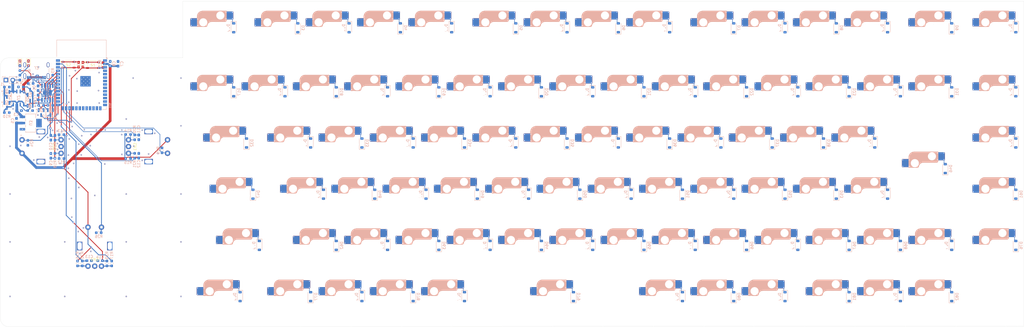
<source format=kicad_pcb>
(kicad_pcb (version 20240108) (generator "pcbnew") (generator_version "8.0")
  (layers (0 "F.Cu" signal) (31 "B.Cu" signal) (34 "B.Paste" user) (35 "F.Paste" user) (36 "B.SilkS" user "B.Silkscreen") (37 "F.SilkS" user "F.Silkscreen") (38 "B.Mask" user) (39 "F.Mask" user) (44 "Edge.Cuts" user))
  (net 0 "")
  (net 1 "GND")
  (net 2 "+3.3V")
  (net 3 "VDD")
  (net 4 "/ESP32-S3/en")
  (net 5 "/ESP32-S3/IO0")
  (net 6 "Net-(D1-A)")
  (net 7 "Net-(D2-A)")
  (net 8 "Net-(J1-Pin_2)")
  (net 9 "/ESP32-S3/D+")
  (net 10 "Net-(J2-CC1)")
  (net 12 "/ESP32-S3/D-")
  (net 14 "Net-(J2-CC2)")
  (net 15 "Net-(Q3-B)")
  (net 16 "/ESP32-S3/DTR")
  (net 17 "/ESP32-S3/RTS")
  (net 18 "/ESP32-S3/enc1_A_IO41")
  (net 19 "/ESP32-S3/enc1_B_IO42")
  (net 20 "/ESP32-S3/enc2_A_IO39")
  (net 21 "/ESP32-S3/RX")
  (net 22 "/ESP32-S3/enc2_B_IO40")
  (net 23 "/ESP32-S3/enc3_A_IO2")
  (net 24 "/ESP32-S3/TX")
  (net 25 "/ESP32-S3/enc3_B_IO1")
  (net 26 "/ESP32-S3/enc1_SW_IO38")
  (net 27 "/ESP32-S3/enc2_SW_IO48")
  (net 28 "/ESP32-S3/enc3_SW_IO47")
  (net 29 "/ESP32-S3/IO17")
  (net 30 "/ESP32-S3/IO18")
  (net 31 "/ESP32-S3/IO13")
  (net 32 "/ESP32-S3/IO14")
  (net 33 "/ESP32-S3/IO5")
  (net 34 "/ESP32-S3/IO10")
  (net 35 "/ESP32-S3/IO11")
  (net 36 "/ESP32-S3/IO9")
  (net 37 "/ESP32-S3/IO6")
  (net 38 "/ESP32-S3/IO15")
  (net 39 "/ESP32-S3/IO8")
  (net 40 "/ESP32-S3/IO16")
  (net 41 "/ESP32-S3/IO7")
  (net 42 "/ESP32-S3/IO12")
  (net 43 "/ESP32-S3/IO21")
  (net 44 "/ESP32-S3/IO4")
  (net 45 "Net-(D3-A)")
  (net 46 "Net-(D5-A)")
  (net 47 "Net-(D7-A)")
  (net 48 "Net-(D10-K)")
  (net 49 "Net-(D12-K)")
  (net 50 "Net-(D14-K)")
  (net 51 "Net-(D17-A)")
  (net 52 "Net-(D18-A)")
  (net 53 "Net-(D19-A)")
  (net 54 "Net-(D20-A)")
  (net 55 "Net-(D24-K)")
  (net 56 "Net-(D25-K)")
  (net 57 "Net-(D26-K)")
  (net 58 "Net-(D31-A)")
  (net 59 "Net-(D32-A)")
  (net 60 "Net-(D45-K)")
  (net 61 "Net-(D51-A)")
  (net 62 "Net-(D52-A)")
  (net 63 "Net-(D53-A)")
  (net 64 "Net-(D57-K)")
  (net 65 "Net-(D58-K)")
  (net 66 "Net-(D59-K)")
  (net 67 "Net-(D60-K)")
  (net 68 "Net-(D63-A)")
  (net 69 "Net-(D64-A)")
  (net 70 "Net-(D65-A)")
  (net 71 "Net-(D66-A)")
  (net 72 "Net-(D67-A)")
  (net 73 "Net-(D68-A)")
  (net 74 "Net-(D69-K)")
  (net 75 "Net-(D70-K)")
  (net 76 "Net-(D71-K)")
  (net 77 "Net-(D72-K)")
  (net 78 "Net-(D73-K)")
  (net 79 "Net-(D74-K)")
  (net 80 "Net-(D76-A)")
  (net 81 "Net-(D77-A)")
  (net 82 "Net-(D78-A)")
  (net 83 "Net-(D79-A)")
  (net 84 "Net-(EN1-PadA)")
  (net 85 "Net-(EN1-PadB)")
  (net 86 "Net-(EN2-PadB)")
  (net 87 "Net-(EN2-PadA)")
  (net 88 "Net-(EN3-PadA)")
  (net 89 "Net-(EN3-PadB)")
  (net 90 "Net-(U1-V3)")
  (net 91 "Net-(D4-A)")
  (net 92 "Net-(D6-A)")
  (net 93 "Net-(D8-A)")
  (net 94 "Net-(D11-K)")
  (net 95 "Net-(D13-K)")
  (net 96 "Net-(Q3-E)")
  (net 97 "Net-(Q1-G)")
  (net 98 "Net-(Q2-G)")
  (net 99 "Net-(Q4-B)")
  (net 100 "Net-(Q5-C)")
  (net 101 "Net-(Q6-C)")
  (net 112 "Net-(D80-A)")
  (net 113 "Net-(D84-K)")
  (net 114 "Net-(D9-A)")
  (net 115 "Net-(D15-K)")
  (net 116 "Net-(D16-K)")
  (net 117 "Net-(D21-A)")
  (net 118 "Net-(D22-A)")
  (net 119 "Net-(D23-A)")
  (net 120 "Net-(D27-K)")
  (net 121 "Net-(D28-K)")
  (net 122 "Net-(D29-K)")
  (net 123 "Net-(D30-K)")
  (net 124 "Net-(D33-A)")
  (net 125 "Net-(D34-A)")
  (net 126 "Net-(D35-A)")
  (net 127 "Net-(D36-A)")
  (net 128 "Net-(D37-A)")
  (net 129 "Net-(D38-A)")
  (net 130 "Net-(D39-K)")
  (net 131 "Net-(D40-K)")
  (net 132 "Net-(D41-K)")
  (net 133 "Net-(D42-K)")
  (net 134 "Net-(D43-K)")
  (net 135 "Net-(D44-K)")
  (net 136 "Net-(D46-A)")
  (net 137 "Net-(D47-A)")
  (net 138 "Net-(D48-A)")
  (net 139 "Net-(D49-A)")
  (net 140 "Net-(D50-A)")
  (net 141 "Net-(D54-K)")
  (net 142 "Net-(D55-K)")
  (net 143 "Net-(D56-K)")
  (net 144 "Net-(D61-A)")
  (net 145 "Net-(D62-A)")
  (net 146 "Net-(D75-K)")
  (net 147 "Net-(D81-A)")
  (net 148 "Net-(D82-A)")
  (net 149 "Net-(D85-K)")
  (net 150 "Net-(D86-K)")
  (net 151 "Net-(D87-K)")
  (net 152 "Net-(D88-K)")
  (net 153 "Net-(D89-K)")
  (net 154 "Net-(D90-K)")
  (footprint "BrownSugar_KBD:CherryMX_Hotswap_via_1U" (layer "F.Cu") (at 193.62 85.02)
    (property "Reference" "SW36")
    (property "Value" "SW_PUSH")
  )
  (footprint "MountingHole:MountingHole_3.2mm_M3_DIN965" (layer "F.Cu") (at 32.059 56.0982)
    (property "Reference" "REF**" (hide yes))
    (property "Value" "MountingHole_3.2mm_M3_DIN965" (hide yes))
  )
  (footprint "BrownSugar_KBD:CherryMX_Hotswap_via_1U" (layer "F.Cu") (at 336.495 123.12)
    (property "Reference" "SW72")
    (property "Value" "SW_PUSH")
  )
  (footprint "BrownSugar_KBD:RotaryEncoder_EC11-Switch" (layer "F.Cu") (at 83.82 85.84 -90)
    (property "Reference" "EN2")
    (property "Value" "RotaryEncoder_Switch")
  )
  (footprint "BrownSugar_KBD:CherryMX_Hotswap_via_1U" (layer "F.Cu") (at 398.4075 42.1575)
    (property "Reference" "SW15")
    (property "Value" "SW_PUSH")
  )
  (footprint "BrownSugar_KBD:CherryMX_Hotswap_via_1U" (layer "F.Cu") (at 346.02 85.02)
    (property "Reference" "SW44")
    (property "Value" "SW_PUSH")
  )
  (footprint "BrownSugar_KBD:CherryMX_Hotswap_via_1U" (layer "F.Cu") (at 255.5325 104.07)
    (property "Reference" "SW54")
    (property "Value" "SW_PUSH")
  )
  (footprint "BrownSugar_KBD:CherryMX_Hotswap_via_1U" (layer "F.Cu") (at 355.545 65.97)
    (property "Reference" "SW29")
    (property "Value" "SW_PUSH")
  )
  (footprint "BrownSugar_KBD:CherryMX_Hotswap_via_1U" (layer "F.Cu") (at 350.7825 42.1575)
    (property "Reference" "SW13")
    (property "Value" "SW_PUSH")
  )
  (footprint "BrownSugar_KBD:CherryMX_Hotswap_via_1U" (layer "F.Cu") (at 398.4075 65.97)
    (property "Reference" "SW31")
    (property "Value" "SW_PUSH")
  )
  (footprint "BrownSugar_KBD:CherryMX_Hotswap_via_1U" (layer "F.Cu") (at 307.92 85.02)
    (property "Reference" "SW42")
    (property "Value" "SW_PUSH")
  )
  (footprint "BrownSugar_KBD:CherryMX_Hotswap_via_1U" (layer "F.Cu") (at 336.495 142.17)
    (property "Reference" "SW85")
    (property "Value" "SW_PUSH")
  )
  (footprint "BrownSugar_KBD:CherryMX_Hotswap_via_1U" (layer "F.Cu") (at 288.87 85.02)
    (property "Reference" "SW41")
    (property "Value" "SW_PUSH")
  )
  (footprint "BrownSugar_KBD:CherryMX_Hotswap_via_1U" (layer "F.Cu") (at 150.7575 42.1575)
    (property "Reference" "SW3")
    (property "Value" "SW_PUSH")
  )
  (footprint "BrownSugar_KBD:CherryMX_Hotswap_via_1U" (layer "F.Cu") (at 398.4075 123.12)
    (property "Reference" "SW75")
    (property "Value" "SW_PUSH")
  )
  (footprint "BrownSugar_KBD:CherryMX_Hotswap_via_1U" (layer "F.Cu") (at 155.52 142.17)
    (property "Reference" "SW78")
    (property "Value" "SW_PUSH")
  )
  (footprint "BrownSugar_KBD:CherryMX_Hotswap_via_1U" (layer "F.Cu") (at 193.62 142.17)
    (property "Reference" "SW80")
    (property "Value" "SW_PUSH")
  )
  (footprint "BrownSugar_KBD:CherryMX_Hotswap_via_1U" (layer "F.Cu") (at 298.395 65.97)
    (property "Reference" "SW26")
    (property "Value" "SW_PUSH")
  )
  (footprint "BrownSugar_KBD:CherryMX_Hotswap_via_1U" (layer "F.Cu") (at 355.545 142.17)
    (property "Reference" "SW86")
    (property "Value" "SW_PUSH")
  )
  (footprint "BrownSugar_KBD:CherryMX_Hotswap_via_1U" (layer "F.Cu") (at 165.045 123.12)
    (property "Reference" "SW63")
    (property "Value" "SW_PUSH")
  )
  (footprint "BrownSugar_KBD:CherryMX_Hotswap_via_1U" (layer "F.Cu") (at 293.6325 104.07)
    (property "Reference" "SW56")
    (property "Value" "SW_PUSH")
  )
  (footprint "BrownSugar_KBD:CherryMX_Hotswap_via_1U" (layer "F.Cu") (at 336.495 65.97)
    (property "Reference" "SW28")
    (property "Value" "SW_PUSH")
  )
  (footprint "BrownSugar_KBD:CherryMX_Hotswap_via_1U" (layer "F.Cu") (at 398.4075 85.02)
    (property "Reference" "SW46")
    (property "Value" "SW_PUSH")
  )
  (footprint "BrownSugar_KBD:CherryMX_Hotswap_via_1U" (layer "F.Cu") (at 250.77 85.02)
    (property "Reference" "SW39")
    (property "Value" "SW_PUSH")
  )
  (footprint "BrownSugar_KBD:CherryMX_Hotswap_via_1U" (layer "F.Cu") (at 145.995 123.12)
    (property "Reference" "SW62")
    (property "Value" "SW_PUSH")
  )
  (footprint "BrownSugar_KBD:CherryMX_Hotswap_via_1U" (layer "F.Cu") (at 165.045 65.97)
    (property "Reference" "SW19")
    (property "Value" "SW_PUSH")
  )
  (footprint "BrownSugar_KBD:CherryMX_Hotswap_via_1U" (layer "F.Cu") (at 179.3325 104.07)
    (property "Reference" "SW50")
    (property "Value" "SW_PUSH")
  )
  (footprint "BrownSugar_KBD:CherryMX_Hotswap_via_1U" (layer "F.Cu") (at 145.995 65.97)
    (property "Reference" "SW18")
    (property "Value" "SW_PUSH")
  )
  (footprint "BrownSugar_KBD:CherryMX_Hotswap_via_1U" (layer "F.Cu") (at 279.345 65.97)
    (property "Reference" "SW25")
    (property "Value" "SW_PUSH")
  )
  (footprint "BrownSugar_KBD:CherryMX_Hotswap_via_1U" (layer "F.Cu") (at 350.7825 104.07)
    (property "Reference" "SW59")
    (property "Value" "SW_PUSH")
  )
  (footprint "BrownSugar_KBD:CherryMX_Hotswap_via_1U" (layer "F.Cu") (at 131.7075 42.1575)
    (property "Reference" "SW2")
    (property "Value" "SW_PUSH")
  )
  (footprint "BrownSugar_KBD:CherryMX_Hotswap_via_1U" (layer "F.Cu") (at 374.595 142.17)
    (property "Reference" "SW87")
    (property "Value" "SW_PUSH")
  )
  (footprint "BrownSugar_KBD:CherryMX_Hotswap_via_1U" (layer "F.Cu") (at 298.395 123.12)
    (property "Reference" "SW70")
    (property "Value" "SW_PUSH")
  )
  (footprint "BrownSugar_KBD:CherryMX_Hotswap_via_1U" (layer "F.Cu") (at 160.2825 104.07)
    (property "Reference" "SW49")
    (property "Value" "SW_PUSH")
  )
  (footprint "BrownSugar_KBD:CherryMX_Hotswap_via_1U" (layer "F.Cu") (at 374.595 42.1575)
    (property "Reference" "SW14")
    (property "Value" "SW_PUSH")
  )
  (footprint "BrownSugar_KBD:CherryMX_Hotswap_via_1U" (layer "F.Cu") (at 372.21375 94.545)
    (property "Reference" "SW45")
    (property "Value" "SW_PUSH")
  )
  (footprint "BrownSugar_KBD:CherryMX_Hotswap_via_1U" (layer "F.Cu") (at 326.97 85.02)
    (property "Reference" "SW43")
    (property "Value" "SW_PUSH")
  )
  (footprint "BrownSugar_KBD:CherryMX_Hotswap_via_1U" (layer "F.Cu") (at 293.6325 142.17)
    (property "Reference" "SW83")
    (property "Value" "SW_PUSH")
  )
  (footprint "BrownSugar_KBD:CherryMX_Hotswap_via_1U" (layer "F.Cu") (at 188.8575 42.1575)
    (property "Reference" "SW5")
    (property "Value" "SW_PUSH")
  )
  (footprint "BrownSugar_KBD:CherryMX_Hotswap_via_1U" (layer "F.Cu") (at 174.57 85.02)
    (property "Reference" "SW35")
    (property "Value" "SW_PUSH")
  )
  (footprint "BrownSugar_KBD:CherryMX_Hotswap_via_1U" (layer "F.Cu") (at 155.52 85.02)
    (property "Reference" "SW34")
    (property "Value" "SW_PUSH")
  )
  (footprint "BrownSugar_KBD:CherryMX_Hotswap_via_1U" (layer "F.Cu") (at 136.47 142.17)
    (property "Reference" "SW77")
    (property "Value" "SW_PUSH")
  )
  (footprint "BrownSugar_KBD:CherryMX_Hotswap_via_1U" (layer "F.Cu") (at 317.445 65.97)
    (property "Reference" "SW27")
    (property "Value" "SW_PUSH")
  )
  (footprint "BrownSugar_KBD:CherryMX_Hotswap_via_1U" (layer "F.Cu") (at 269.82 42.1575)
    (property "Reference" "SW9")
    (property "Value" "SW_PUSH")
  )
  (footprint "BrownSugar_KBD:CherryMX_Hotswap_via_1U" (layer "F.Cu") (at 174.57 142.17)
    (property "Reference" "SW79")
    (property "Value" "SW_PUSH")
  )
  (footprint "BrownSugar_KBD:CherryMX_Hotswap_via_1U" (layer "F.Cu") (at 203.145 123.12)
    (property "Reference" "SW65")
    (property "Value" "SW_PUSH")
  )
  (footprint "BrownSugar_KBD:CherryMX_Hotswap_via_1U" (layer "F.Cu") (at 260.295 65.97)
    (property "Reference" "SW24")
    (property "Value" "SW_PUSH")
  )
  (footprint "BrownSugar_KBD:CherryMX_Hotswap_via_1U" (layer "F.Cu") (at 212.67 42.1575)
    (property "Reference" "SW6")
    (property "Value" "SW_PUSH")
  )
  (footprint "BrownSugar_KBD:CherryMX_Hotswap_via_1U" (layer "F.Cu") (at 126.945 65.97)
    (property "Reference" "SW17")
    (property "Value" "SW_PUSH")
  )
  (footprint "BrownSugar_KBD:CherryMX_Hotswap_via_1U" (layer "F.Cu") (at 110.27625 142.17)
    (property "Reference" "SW76")
    (property "Value" "SW_PUSH")
  )
  (footprint "SKRPACE010:SW_SKRPACE010" (layer "F.Cu") (at 63.17 55.5416)
    (property "Reference" "S1")
    (property "Value" "BOOT")
  )
  (footprint "BrownSugar_KBD:CherryMX_Hotswap_via_1U" (layer "F.Cu") (at 115.03875 104.07)
    (property "Reference" "SW47")
    (property "Value" "SW_PUSH")
  )
  (footprint "BrownSugar_KBD:CherryMX_Hotswap_via_1U" (layer "F.Cu") (at 198.3825 104.07)
    (property "Reference" "SW51")
    (property "Value" "SW_PUSH")
  )
  (footprint "Capacitor_SMD:C_0603_1608Metric_Pad1.08x0.95mm_HandSolder" (layer "F.Cu") (at 57.836 55.4146 90)
    (property "Reference" "C6")
    (property "Value" "0.1uF")
  )
  (footprint "BrownSugar_KBD:CherryMX_Hotswap_via_1U" (layer "F.Cu") (at 222.195 123.12)
    (property "Reference" "SW66")
    (property "Value" "SW_PUSH")
  )
  (footprint "BrownSugar_KBD:CherryMX_Hotswap_via_1U" (layer "F.Cu") (at 274.5825 142.17)
    (property "Reference" "SW82")
    (property "Value" "SW_PUSH")
  )
  (footprint "BrownSugar_KBD:CherryMX_Hotswap_via_1U" (layer "F.Cu") (at 222.195 65.97)
    (property "Reference" "SW22")
    (property "Value" "SW_PUSH")
  )
  (footprint "BrownSugar_KBD:CherryMX_Hotswap_via_1U" (layer "F.Cu") (at 374.595 65.97)
    (property "Reference" "SW30")
    (property "Value" "SW_PUSH")
  )
  (footprint "MountingHole:MountingHole_3.2mm_M3_DIN965" (layer "F.Cu") (at 32.059 149.494)
    (property "Reference" "REF**" (hide yes))
    (property "Value" "MountingHole_3.2mm_M3_DIN965" (hide yes))
  )
  (footprint "BrownSugar_KBD:CherryMX_Hotswap_via_1U" (layer "F.Cu") (at 312.6825 42.1575)
    (property "Reference" "SW11")
    (property "Value" "SW_PUSH")
  )
  (footprint "BrownSugar_KBD:RotaryEncoder_EC11-Switch" (layer "F.Cu") (at 63.773 122.84)
    (property "Reference" "EN3")
    (property "Value" "RotaryEncoder_Switch")
  )
  (footprint "LED_SMD:LED_0603_1608Metric_Pad1.05x0.95mm_HandSolder" (layer "F.Cu") (at 39.171 54.865 -90)
    (property "Reference" "D1")
    (property "Value" "OSG50603C1E")
  )
  (footprint "BrownSugar_KBD:CherryMX_Hotswap_via_1U" (layer "F.Cu") (at 212.67 85.02)
    (property "Reference" "SW37")
    (property "Value" "SW_PUSH")
  )
  (footprint "BrownSugar_KBD:CherryMX_Hotswap_via_1U" (layer "F.Cu") (at 250.77 42.1575)
    (property "Reference" "SW8")
    (property "Value" "SW_PUSH")
  )
  (footprint "BrownSugar_KBD:CherryMX_Hotswap_via_1U" (layer "F.Cu") (at 234.10125 142.17)
    (property "Reference" "SW81")
    (property "Value" "SW_PUSH")
  )
  (footprint "BrownSugar_KBD:CherryMX_Hotswap_via_1U" (layer "F.Cu") (at 331.7325 104.07)
    (property "Reference" "SW58")
    (property "Value" "SW_PUSH")
  )
  (footprint "BrownSugar_KBD:CherryMX_Hotswap_via_1U" (layer "F.Cu") (at 374.595 123.12)
    (property "Reference" "SW74")
    (property "Value" "SW_PUSH")
  )
  (footprint "BrownSugar_KBD:CherryMX_Hotswap_via_1U" (layer "F.Cu") (at 136.47 85.02)
    (property "Reference" "SW33")
    (property "Value" "SW_PUSH")
  )
  (footprint "BrownSugar_KBD:CherryMX_Hotswap_via_1U" (layer "F.Cu") (at 241.245 123.12)
    (property "Reference" "SW67")
    (property "Value" "SW_PUSH")
  )
  (footprint "BrownSugar_KBD:CherryMX_Hotswap_via_1U" (layer "F.Cu") (at 117.42 123.12)
    (property "Reference" "SW61")
    (property "Value" "SW_PUSH")
  )
  (footprint "BrownSugar_KBD:CherryMX_Hotswap_via_1U" (layer "F.Cu") (at 331.7325 42.1575)
    (property "Reference" "SW12")
    (property "Value" "SW_PUSH")
  )
  (footprint "BrownSugar_KBD:CherryMX_Hotswap_via_1U" (layer "F.Cu") (at 312.6825 104.07)
    (property "Reference" "SW57")
    (property "Value" "SW_PUSH")
  )
  (footprint "BrownSugar_KBD:CherryMX_Hotswap_via_1U" (layer "F.Cu") (at 169.8075 42.1575)
    (property "Reference" "SW4")
    (property "Value" "SW_PUSH")
  )
  (footprint "BrownSugar_KBD:CherryMX_Hotswap_via_1U" (layer "F.Cu") (at 141.2325 104.07)
    (property "Reference" "SW48")
    (property "Value" "SW_PUSH")
  )
  (footprint "BrownSugar_KBD:CherryMX_Hotswap_via_1U" (layer "F.Cu") (at 312.6825 142.17)
    (property "Reference" "SW84")
    (property "Value" "SW_PUSH")
  )
  (footprint "BrownSugar_KBD:CherryMX_Hotswap_via_1U" (layer "F.Cu") (at 269.82 85.02)
    (property "Reference" "SW40")
    (property "Value" "SW_PUSH")
  )
  (footprint "BrownSugar_KBD:CherryMX_Hotswap_via_1U" (layer "F.Cu") (at 217.4325 104.07)
    (property "Reference" "SW52")
    (property "Value" "SW_PUSH")
  )
  (footprint "Capacitor_SMD:C_0603_1608Metric_Pad1.08x0.95mm_HandSolder" (layer "F.Cu") (at 59.36 55.4146 90)
    (property "Reference" "C4")
    (property "Value" "0.1uF")
  )
  (footprint "BrownSugar_KBD:CherryMX_Hotswap_via_1U" (layer "F.Cu") (at 236.4825 104.07)
    (property "Reference" "SW53")
    (property "Value" "SW_PUSH")
  )
  (footprint "BrownSugar_KBD:CherryMX_Hotswap_via_1U" (layer "F.Cu") (at 184.095 65.97)
    (property "Reference" "SW20")
    (property "Value" "SW_PUSH")
  )
  (footprint "Resistor_SMD:R_0603_1608Metric_Pad0.98x0.95mm_HandSolder" (layer "F.Cu") (at 66.853 55.5416 90)
    (property "Reference" "R11")
    (property "Value" "10k")
  )
  (footprint "BrownSugar_KBD:CherryMX_Hotswap_via_1U" (layer "F.Cu") (at 184.095 123.12)
    (property "Reference" "SW64")
    (property "Value" "SW_PUSH")
  )
  (footprint "BrownSugar_KBD:CherryMX_Hotswap_via_1U" (layer "F.Cu") (at 107.895 42.1575)
    (property "Reference" "SW1")
    (property "Value" "SW_PUSH")
  )
  (footprint "BrownSugar_KBD:CherryMX_Hotswap_via_1U" (layer "F.Cu") (at 355.545 123.12)
    (property "Reference" "SW73")
    (property "Value" "SW_PUSH")
  )
  (footprint "BrownSugar_KBD:CherryMX_Hotswap_via_1U" (layer "F.Cu") (at 231.72 42.1575)
    (property "Reference" "SW7")
    (property "Value" "SW_PUSH")
  )
  (footprint "LED_SMD:LED_0603_1608Metric_Pad1.05x0.95mm_HandSolder" (layer "F.Cu") (at 35.996 54.879 -90)
    (property "Reference" "D2")
    (property "Value" "OSG50603C1E")
  )
  (footprint "BrownSugar_KBD:CherryMX_Hotswap_via_1U" (layer "F.Cu") (at 293.6325 42.1575)
    (property "Reference" "SW10")
    (property "Value" "SW_PUSH")
  )
  (footprint "BrownSugar_KBD:CherryMX_Hotswap_via_1U" (layer "F.Cu") (at 279.345 123.12)
    (property "Reference" "SW69")
    (property "Value" "SW_PUSH")
  )
  (footprint "BrownSugar_KBD:RotaryEncoder_EC11-Switch" (layer "F.Cu") (at 43.773 85.84 90)
    (property "Reference" "EN1")
    (property "Value" "RotaryEncoder_Switch")
  )
  (footprint "BrownSugar_KBD:CherryMX_Hotswap_via_1U" (layer "F.Cu") (at 398.4075 104.07)
    (property "Reference" "SW60")
    (property "Value" "SW_PUSH")
  )
  (footprint "BrownSugar_KBD:CherryMX_Hotswap_via_1U" (layer "F.Cu") (at 112.6575 85.02)
    (property "Reference" "SW32")
    (property "Value" "SW_PUSH")
  )
  (footprint "BrownSugar_KBD:CherryMX_Hotswap_via_1U" (layer "F.Cu") (at 260.295 123.12)
    (property "Reference" "SW68")
    (property "Value" "SW_PUSH")
  )
  (footprint "BrownSugar_KBD:CherryMX_Hotswap_via_1U" (layer "F.Cu") (at 107.895 65.97)
    (property "Reference" "SW16")
    (property "Value" "SW_PUSH")
  )
  (footprint "BrownSugar_KBD:CherryMX_Hotswap_via_1U" (layer "F.Cu") (at 231.72 85.02)
    (property "Reference" "SW38")
    (property "Value" "SW_PUSH")
  )
  (footprint "BrownSugar_KBD:CherryMX_Hotswap_via_1U" (layer "F.Cu") (at 274.5825 104.07)
    (property "Reference" "SW55")
    (property "Value" "SW_PUSH")
  )
  (footprint "BrownSugar_KBD:CherryMX_Hotswap_via_1U" (layer "F.Cu") (at 203.145 65.97)
    (property "Reference" "SW21")
    (property "Value" "SW_PUSH")
  )
  (footprint "SKRPACE010:SW_SKRPACE010" (layer "F.Cu") (at 54.026 55.4146)
    (property "Reference" "S2")
    (property "Value" "RST")
  )
  (footprint "BrownSugar_KBD:CherryMX_Hotswap_via_1U" (layer "F.Cu") (at 317.445 123.12)
    (property "Reference" "SW71")
    (property "Value" "SW_PUSH")
  )
  (footprint "BrownSugar_KBD:CherryMX_Hotswap_via_1U" (layer "F.Cu") (at 241.245 65.97)
    (property "Reference" "SW23")
    (property "Value" "SW_PUSH")
  )
  (footprint "Resistor_SMD:R_0603_1608Metric_Pad0.98x0.95mm_HandSolder" (layer "B.Cu") (at 31.1211 73.2178)
    (property "Reference" "R10")
    (property "Value" "10k")
  )
  (footprint "Diode_SMD:D_SOD-123" (layer "B.Cu") (at 343.995 65.47 90)
    (property "Reference" "D23")
    (property "Value" "1N4148W")
  )
  (footprint "Diode_SMD:D_SOD-123" (layer "B.Cu") (at 201.12 141.67 -90)
    (property "Reference" "D87")
    (property "Value" "1N4148W")
  )
  (footprint "Diode_SMD:D_SOD-123" (layer "B.Cu") (at 196.3575 41.6575 -90)
    (property "Reference" "D12")
    (property "Value" "1N4148W")
  )
  (footprint "Package_TO_SOT_SMD:SOT-23" (layer "B.Cu") (at 43.87 73.2155 -90)
    (property "Reference" "Q2")
    (property "Value" "BSS138")
  )
  (footprint "Diode_SMD:D_SOD-123" (layer "B.Cu") (at 258.27 84.52 -90)
    (property "Reference" "D44")
    (property "Value" "1N4148W")
  )
  (footprint "Diode_SMD:D_SOD-123" (layer "B.Cu") (at 210.645 65.47 -90)
    (property "Reference" "D27")
    (property "Value" "1N4148W")
  )
  (footprint "Resistor_SMD:R_0603_1608Metric_Pad0.98x0.95mm_HandSolder" (layer "B.Cu") (at 35.9706 60.1857 -90)
    (property "Reference" "R1")
    (property "Value" "5k")
  )
  (footprint "Resistor_SMD:R_0603_1608Metric_Pad0.98x0.95mm_HandSolder" (layer "B.Cu") (at 49.0054 82.5634 -90)
    (property "Reference" "R19")
    (property "Value" "10k")
  )
  (footprint "Capacitor_SMD:C_0603_1608Metric_Pad1.08x0.95mm_HandSolder" (layer "B.Cu") (at 69.52 55.0336 90)
    (property "Reference" "C8")
    (property "Value" "0.1uF")
  )
  (footprint "Diode_SMD:D_SOD-123" (layer "B.Cu") (at 379.71375 94.045 90)
    (property "Reference" "D46")
    (property "Value" "1N4148W")
  )
  (footprint "Diode_SMD:D_SOD-123" (layer "B.Cu") (at 120.1575 84.52 90)
    (property "Reference" "D32")
    (property "Value" "1N4148W")
  )
  (footprint "Diode_SMD:D_SOD-123" (layer "B.Cu") (at 324.945 65.47 -90)
    (property "Reference" "D30")
    (property "Value" "1N4148W")
  )
  (footprint "Resistor_SMD:R_0603_1608Metric_Pad0.98x0.95mm_HandSolder" (layer "B.Cu") (at 59.161 129.324 90)
    (property "Reference" "R22")
    (property "Value" "10k")
  )
  (footprint "Diode_SMD:D_SOD-123" (layer "B.Cu") (at 172.545 65.47 -90)
    (property "Reference" "D26")
    (property "Value" "1N4148W")
  )
  (footprint "Diode_SMD:D_SOD-123" (layer "B.Cu") (at 224.9325 103.57 -90)
    (property "Reference" "D58")
    (property "Value" "1N4148W")
  )
  (footprint "Diode_SMD:D_SOD-123" (layer "B.Cu") (at 301.1325 141.67 90)
    (property "Reference" "D80")
    (property "Value" "1N4148W")
  )
  (footprint "Diode_SMD:D_SOD-123" (layer "B.Cu") (at 115.395 41.6575 -90)
    (property "Reference" "D10")
    (property "Value" "1N4148W")
  )
  (footprint "Diode_SMD:D_SOD-123" (layer "B.Cu") (at 248.745 65.47 -90)
    (property "Reference" "D28")
    (property "Value" "1N4148W")
  )
  (footprint "Connector_USB:USB_C_Receptacle_GCT_USB4105-xx-A_16P_TopMnt_Horizontal" (layer "B.Cu") (at 42.123 56.53)
    (property "Reference" "J2")
    (property "Value" "USB_C_Receptacle_USB2.0_16P")
  )
  (footprint "Capacitor_SMD:C_0603_1608Metric_Pad1.08x0.95mm_HandSolder" (layer "B.Cu") (at 80.137 82.411 -90)
    (property "Reference" "C11")
    (property "Value" "0.01uF")
  )
  (footprint "Diode_SMD:D_SOD-123" (layer "B.Cu") (at 241.60125 141.67 90)
    (property "Reference" "D79")
    (property "Value" "1N4148W")
  )
  (footprint "Diode_SMD:D_SOD-123" (layer "B.Cu") (at 382.095 41.6575 90)
    (property "Reference" "D9")
    (property "Value" "1N4148W")
  )
  (footprint "Resistor_SMD:R_0603_1608Metric_Pad0.98x0.95mm_HandSolder" (layer "B.Cu") (at 43.87 70.5)
    (property "Reference" "R5")
    (property "Value" "10k")
  )
  (footprint "Diode_SMD:D_SOD-123" (layer "B.Cu") (at 405.9075 103.57 90)
    (property "Reference" "D61")
    (property "Value" "1N4148W")
  )
  (footprint "Diode_SMD:D_SOD-123" (layer "B.Cu") (at 177.3075 41.6575 90)
    (property "Reference" "D4")
    (property "Value" "1N4148W")
  )
  (footprint "Diode_SMD:D_SOD-123" (layer "B.Cu") (at 163.02 141.67 -90)
    (property "Reference" "D86")
    (property "Value" "1N4148W")
  )
  (footprint "Capacitor_SMD:C_0603_1608Metric_Pad1.08x0.95mm_HandSolder" (layer "B.Cu") (at 72.441 55.0601 90)
    (property "Reference" "C7")
    (property "Value" "22uF")
  )
  (footprint "Capacitor_SMD:C_0603_1608Metric_Pad1.08x0.95mm_HandSolder" (layer "B.Cu") (at 42.727 64.15 90)
    (property "Reference" "C1")
    (property "Value" "0.1uF" (hide yes))
  )
  (footprint "AZ1117CH_3_3TRG1:SOT-223_DIO-M" (layer "B.Cu") (at 39.9838 77.104 90)
    (property "Reference" "U3")
    (property "Value" "AZ1117CH-3.3TRG1")
  )
  (footprint "Diode_SMD:D_SOD-123" (layer "B.Cu") (at 305.895 122.62 90)
    (property "Reference" "D66")
    (property "Value" "1N4148W")
  )
  (footprint "Diode_SMD:D_SOD-123" (layer "B.Cu") (at 134.445 65.47 -90)
    (property "Reference" "D25")
    (property "Value" "1N4148W")
  )
  (footprint "Diode_SMD:D_SOD-123" (layer "B.Cu") (at 343.995 122.62 90)
    (property "Reference" "D67")
    (property "Value" "1N4148W")
  )
  (footprint "Diode_SMD:D_SOD-123" (layer "B.Cu") (at 153.495 122.62 90)
    (property "Reference" "D62")
    (property "Value" "1N4148W")
  )
  (footprint "Resistor_SMD:R_0603_1608Metric_Pad0.98x0.95mm_HandSolder" (layer "B.Cu") (at 76.1765 90.3358)
    (property "Reference" "R15")
    (property "Value" "10k")
  )
  (footprint "Diode_SMD:D_SOD-123" (layer "B.Cu") (at 286.845 122.62 -90)
    (property "Reference" "D74")
    (property "Value" "1N4148W")
  )
  (footprint "Diode_SMD:D_SOD-123" (layer "B.Cu") (at 305.895 65.47 90)
    (property "Reference" "D22")
    (property "Value" "1N4148W")
  )
  (footprint "Resistor_SMD:R_0603_1608Metric_Pad0.98x0.95mm_HandSolder" (layer "B.Cu") (at 35.996 56.6805 -90)
    (property "Reference" "R4")
    (property "Value" "5k")
  )
  (footprint "Diode_SMD:D_SOD-123" (layer "B.Cu") (at 122.53875 103.57 90)
    (property "Reference" "D47")
    (property "Value" "1N4148W")
  )
  (footprint "Diode_SMD:D_SOD-123" (layer "B.Cu") (at 382.095 65.47 90)
    (property "Reference" "D31")
    (property "Value" "1N4148W")
  )
  (footprint "Diode_SMD:D_SOD-123" (layer "B.Cu") (at 191.595 122.62 90)
    (property "Reference" "D63")
    (property "Value" "1N4148W")
  )
  (footprint "Capacitor_SMD:C_0603_1608Metric_Pad1.08x0.95mm_HandSolder" (layer "B.Cu") (at 42.727 67.579 90)
    (property "Reference" "C2")
    (property "Value" "0.1uF")
  )
  (footprint "Diode_SMD:D_SOD-123" (layer "B.Cu") (at 201.12 84.52 90)
    (property "Reference" "D34")
    (property "Value" "1N4148W")
  )
  (footprint "Package_SO:SSOP-10-1EP_3.9x4.9mm_P1mm_EP2.1x3.3mm" (layer "B.Cu") (at 46.188 65.8305 -90)
    (property "Reference" "U1")
    (property "Value" "CH340K")
  )
  (footprint "Diode_SMD:D_SOD-123" (layer "B.Cu") (at 267.795 65.47 90)
    (property "Reference" "D21")
    (property "Value" "1N4148W")
  )
  (footprint "Diode_SMD:D_SOD-123" (layer "B.Cu") (at 320.1825 41.6575 -90)
    (property "Reference" "D15")
    (property "Value" "1N4148W")
  )
  (footprint "Resistor_SMD:R_0603_1608Metric_Pad0.98x0.95mm_HandSolder" (layer "B.Cu") (at 78.613 82.411 90)
    (property "Reference" "R20")
    (property "Value" "10k")
  )
  (footprint "Resistor_SMD:R_0603_1608Metric_Pad0.98x0.95mm_HandSolder" (layer "B.Cu") (at 39.9838 62.372 180)
    (property "Reference" "R2" (hide yes))
    (property "Value" "5.1k")
  )
  (footprint "Resistor_SMD:R_0603_1608Metric_Pad0.98x0.95mm_HandSolder" (layer "B.Cu") (at 38.947 84.455 -90)
    (property "Reference" "R24")
    (property "Value" "10k")
  )
  (footprint "Diode_SMD:D_SOD-123" (layer "B.Cu") (at 124.92 122.62 -90)
    (property "Reference" "D70")
    (property "Value" "1N4148W")
  )
  (footprint "footprints:SO-8_ONS-L" (layer "B.Cu") (at 35.4626 67.77845 90)
    (property "Reference" "U2")
    (property "Value" "FDS4935A")
  )
  (footprint "Diode_SMD:D_SOD-123" (layer "B.Cu") (at 405.9075 41.6575 -90)
    (property "Reference" "D24")
    (property "Value" "1N4148W")
  )
  (footprint "Diode_SMD:D_SOD-123" (layer "B.Cu") (at 405.9075 84.52 -90)
    (property "Reference" "D55")
    (property "Value" "1N4148W")
  )
  (footprint "Resistor_SMD:R_0603_1608Metric_Pad0.98x0.95mm_HandSolder" (layer "B.Cu") (at 76.1746 81.3442)
    (property "Reference" "R14")
    (property "Value" "10k")
  )
  (footprint "Diode_SMD:D_SOD-123" (layer "B.Cu") (at 229.695 122.62 90)
    (property "Reference" "D64")
    (property "Value" "1N4148W")
  )
  (footprint "Diode_SMD:D_SOD-123" (layer "B.Cu") (at 229.695 65.47 90)
    (property "Reference" "D20")
    (property "Value" "1N4148W")
  )
  (footprint "Diode_SMD:D_SOD-123" (layer "B.Cu") (at 143.97 141.67 90)
    (property "Reference" "D77")
    (property "Value" "1N4148W")
  )
  (footprint "Diode_SMD:D_SOD-123" (layer "B.Cu") (at 205.8825 103.57 90)
    (property "Reference" "D49")
    (property "Value" "1N4148W")
  )
  (footprint "Diode_SMD:D_SOD-123" (layer "B.Cu") (at 220.17 84.52 -90)
    (property "Reference" "D43")
    (property "Value" "1N4148W")
  )
  (footprint "Diode_SMD:D_SOD-123" (layer "B.Cu") (at 277.32 41.6575 -90)
    (property "Reference" "D14")
    (property "Value" "1N4148W")
  )
  (footprint "Capacitor_SMD:C_0603_1608Metric_Pad1.08x0.95mm_HandSolder" (layer "B.Cu") (at 80.137 89.269 90)
    (property "Reference" "C12")
    (property "Value" "0.01uF")
  )
  (footprint "Diode_SMD:D_SOD-123" (layer "B.Cu") (at 172.545 122.62 -90)
    (property "Reference" "D71")
    (property "Value" "1N4148W")
  )
  (footprint "Diode_SMD:D_SOD-123" (layer "B.Cu") (at 301.1325 41.6575 90)
    (property "Reference" "D7")
    (property "Value" "1N4148W")
  )
  (footprint "Resistor_SMD:R_0603_1608Metric_Pad0.98x0.95mm_HandSolder" (layer "B.Cu") (at 49.0054 89.2944 -90)
    (property "Reference" "R18")
    (property "Value" "10k")
  )
  (footprint "Diode_SMD:D_SOD-123" (layer "B.Cu") (at 363.045 65.47 -90)
    (property "Reference" "D39")
    (property "Value" "1N4148W")
  )
  (footprint "Resistor_SMD:R_0603_1608Metric_Pad0.98x0.95mm_HandSolder" (layer "B.Cu") (at 36.3573 63.66365)
    (property "Reference" "R7")
    (property "Value" "10k")
  )
  (footprint "Diode_SMD:D_SOD-123" (layer "B.Cu") (at 258.27 41.6575 90)
    (property "Reference" "D6")
    (property "Value" "1N4148W")
  )
  (footprint "Diode_SMD:D_SOD-123" (layer "B.Cu") (at 163.02 84.52 90)
    (property "Reference" "D33")
    (property "Value" "1N4148W")
  )
  (footprint "Package_TO_SOT_SMD:SOT-23" (layer "B.Cu") (at 31.1446 66.4383 -90)
    (property "Reference" "Q4")
    (property "Value" "MMBT3906")
  )
  (footprint "Resistor_SMD:R_0603_1608Metric_Pad0.98x0.95mm_HandSolder" (layer "B.Cu") (at 47.2755 70.5 180)
    (property "Reference" "R6")
    (property "Value" "10k")
  )
  (footprint "Diode_SMD:D_SOD-123" (layer "B.Cu") (at 324.945 122.62 -90)
    (property "Reference" "D75")
    (property "Value" "1N4148W")
  )
  (footprint "Resistor_SMD:R_0603_1608Metric_Pad0.98x0.95mm_HandSolder" (layer "B.Cu") (at 57.383 129.324 -90)
    (property "Reference" "R16")
    (property "Value" "10k")
  )
  (footprint "Resistor_SMD:R_0603_1608Metric_Pad0.98x0.95mm_HandSolder" (layer "B.Cu") (at 39.7806 72.47745 180)
    (property "Reference" "R9")
    (property "Value" "10k")
  )
  (footprint "Diode_SMD:D_SOD-123" (layer "B.Cu") (at 315.42 84.52 90)
    (property "Reference" "D37")
    (property "Value" "1N4148W")
  )
  (footprint "Diode_SMD:D_SOD-123" (layer "B.Cu") (at 182.07 141.67 90)
    (property "Reference" "D78")
    (property "Value" "1N4148W")
  )
  (footprint "Resistor_SMD:R_0603_1608Metric_Pad0.98x0.95mm_HandSolder" (layer "B.Cu") (at 68.305 129.324 -90)
    (property "Reference" "R23")
    (property "Value" "10k")
  )
  (footprint "Diode_SMD:D_SOD-123" (layer "B.Cu") (at 405.9075 122.62 90)
    (property "Reference" "D76")
    (property "Value" "1N4148W")
  )
  (footprint "Resistor_SMD:R_0603_1608Metric_Pad0.98x0.95mm_HandSolder" (layer "B.Cu") (at 70.083 129.324 -90)
    (property "Reference" "R17")
    (property "Value" "10k")
  )
  (footprint "Capacitor_SMD:C_0603_1608Metric_Pad1.08x0.95mm_HandSolder" (layer "B.Cu") (at 35.6658 72.4812)
    (property "Reference" "C3")
    (property "Value" "10uF")
  )
  (footprint "Diode_SMD:D_SOD-123" (layer "B.Cu") (at 353.52 84.52 -90)
    (property "Reference" "D54")
    (property "Value" "1N4148W")
  )
  (footprint "Diode_SMD:D_SOD-123" (layer "B.Cu") (at 343.995 141.67 90)
    (property "Reference" "D81")
    (property "Value" "1N4148W")
  )
  (footprint "Diode_SMD:D_SOD-123" (layer "B.Cu") (at 191.595 65.47 90)
    (property "Reference" "D19")
    (property "Value" "1N4148W")
  )
  (footprint "Package_TO_SOT_SMD:SOT-23" (layer "B.Cu") (at 39.7806 65.66795 90)
    (property "Reference" "Q3")
    (property "Value" "MMBT3906" (hide yes))
  )
  (footprint "Capacitor_SMD:C_0603_1608Metric_Pad1.08x0.95mm_HandSolder" (layer "B.Cu") (at 61.701 128.308)
    (property "Reference" "C13")
    (property "Value" "0.01uF")
  )
  (footprint "Package_TO_SOT_SMD:SOT-23" (layer "B.Cu") (at 31.1446 70.5023 -90)
    (property "Reference" "Q6")
    (property "Value" "MMBT3906" (hide yes))
  )
  (footprint "Diode_SMD:D_SOD-123" (layer "B.Cu") (at 239.22 41.6575 -90)
    (property "Reference" "D13")
    (property "Value" "1N4148W")
  )
  (footprint "Diode_SMD:D_SOD-123" (layer "B.Cu") (at 220.17 41.6575 90)
    (property "Reference" "D5")
    (property "Value" "1N4148W")
  )
  (footprint "Diode_SMD:D_SOD-123" (layer "B.Cu") (at 267.795 122.62 90)
    (property "Reference" "D65")
    (property "Value" "1N4148W")
  )
  (footprint "Diode_SMD:D_SOD-123" (layer "B.Cu") (at 382.095 141.67 90)
    (property "Reference" "D82")
    (property "Value" "1N4148W")
  )
  (footprint "Diode_SMD:D_SOD-123" (layer "B.Cu") (at 339.2325 103.57 90)
    (property "Reference" "D53")
    (property "Value" "1N4148W")
  )
  (footprint "Diode_SMD:D_SOD-123" (layer "B.Cu") (at 139.2075 41.6575 90)
    (property "Reference" "D3")
    (property "Value" "1N4148W")
  )
  (footprint "Diode_SMD:D_SOD-123" (layer "B.Cu") (at 296.37 84.52 -90)
    (property "Reference" "D45")
    (property "Value" "1N4148W")
  )
  (footprint "Diode_SMD:D_SOD-123" (layer "B.Cu") (at 363.045 141.67 -90)
    (property "Reference" "D90")
    (property "Value" "1N4148W")
  )
  (footprint "Diode_SMD:D_SOD-123" (layer "B.Cu") (at 301.1325 103.57 -90)
    (property "Reference" "D60")
    (property "Value" "1N4148W")
  )
  (footprint "Diode_SMD:D_SOD-123" (layer "B.Cu") (at 382.095 122.62 -90)
    (property "Reference" "D84")
    (property "Value" "1N4148W")
  )
  (footprint "Capacitor_SMD:C_0603_1608Metric_Pad1.08x0.95mm_HandSolder" (layer "B.Cu") (at 34.7006 76.2404 90)
    (property "Reference" "C5")
    (property "Value" "22uF")
  )
  (footprint "Resistor_SMD:R_0603_1608Metric_Pad0.98x0.95mm_HandSolder" (layer "B.Cu") (at 78.613 89.269 90)
    (property "Reference" "R21")
    (property "Value" "10k")
  )
  (footprint "Diode_SMD:D_SOD-123" (layer "B.Cu") (at 405.9075 65.47 -90)
    (property "Reference" "D40")
    (property "Value" "1N4148W")
  )
  (footprint "Diode_SMD:D_SOD-123" (layer "B.Cu") (at 143.97 84.52 -90)
    (property "Reference" "D41")
    (property "Value" "1N4148W")
  )
  (footprint "Package_TO_SOT_SMD:SOT-23" (layer "B.Cu") (at 47.299 73.2155 -90)
    (property "Reference" "Q1")
    (property "Value" "BSS138")
  )
  (footprint "Diode_SMD:D_SOD-123" (layer "B.Cu") (at 115.395 65.47 90)
    (property "Reference" "D17")
    (property "Value" "1N4148W")
  )
  (footprint "Resistor_SMD:R_0603_1608Metric_Pad0.98x0.95mm_HandSolder" (layer "B.Cu") (at 48.188 60.1895 90)
    (property "Reference" "R3")
    (property "Value" "5.1k")
  )
  (footprint "Diode_SMD:D_SOD-123" (layer "B.Cu") (at 248.745 122.62 -90)
    (property "Reference" "D73")
    (property "Value" "1N4148W")
  )
  (footprint "Diode_SMD:D_SOD-123" (layer "B.Cu") (at 334.47 84.52 90)
    (property "Reference" "D38")
    (property "Value" "1N4148W")
  )
  (footprint "Resistor_SMD:R_0603_1608Metric_Pad0.98x0.95mm_HandSolder" (layer "B.Cu") (at 88.773 87.237 90)
    (property "Reference" "R25")
    (property "Value" "10k")
  )
  (footprint "Diode_SMD:D_SOD-123" (layer "B.Cu") (at 263.0325 103.57 -90)
    (property "Reference" "D59")
    (property "Value" "1N4148W")
  )
  (footprint "Connector_PinHeader_2.54mm:PinHeader_1x02_P2.54mm_Vertical" (layer "B.Cu") (at 30.784 61.102 -90)
    (property "Reference" "J1")
    (property "Value" "Conn_01x02")
  )
  (footprint "Diode_SMD:D_SOD-123" (layer "B.Cu") (at 167.7825 103.57 90)
    (property "Reference" "D48")
    (property "Value" "1N4148W")
  )
  (footprint "Resistor_SMD:R_0603_1608Metric_Pad0.98x0.95mm_HandSolder" (layer "B.Cu") (at 51.4184 81.4204 180)
    (property "Reference" "R13")
    (property "Value" "10k")
  )
  (footprint "Diode_SMD:D_SOD-123" (layer "B.Cu") (at 358.2825 103.57 -90)
    (property "Reference" "D69")
    (property "Value" "1N4148W")
  )
  (footprint "Resistor_SMD:R_0603_1608Metric_Pad0.98x0.95mm_HandSolder" (layer "B.Cu") (at 65.257 117.894 180)
    (property "Reference" "R26")
    (property "Value" "10k")
  )
  (footprint "Diode_SMD:D_SOD-123" (layer "B.Cu") (at 186.8325 103.57 -90)
    (property "Reference" "D57")
    (property "Value" "1N4148W")
  )
  (footprint "Diode_SMD:D_SOD-123" (layer "B.Cu") (at 277.32 84.52 90)
    (property "Reference" "D36")
    (property "Value" "1N4148W")
  )
  (footprint "Diode_SMD:D_SOD-123" (layer "B.Cu") (at 320.1825 141.67 -90)
    (property "Reference" "D89")
    (property "Value" "1N4148W")
  )
  (footprint "Diode_SMD:D_SOD-123" (layer "B.Cu") (at 117.77625 141.67 -90)
    (property "Reference" "D85")
    (property "Value" "1N4148W")
  )
  (footprint "Diode_SMD:D_SOD-123" (layer "B.Cu") (at 158.2575 41.6575 -90)
    (property "Reference" "D11")
    (property "Value" "1N4148W")
  )
  (footprint "Diode_SMD:D_SOD-123" (layer "B.Cu") (at 320.1825 103.57 90)
    (property "Reference" "D52")
    (property "Value" "1N4148W")
  )
  (footprint "Diode_SMD:D_SOD-123" (layer "B.Cu") (at 239.22 84.52 90)
    (property "Reference" "D35")
    (property "Value" "1N4148W")
  )
  (footprint "Diode_SMD:D_SOD-123" (layer "B.Cu") (at 363.045 122.62 90)
    (property "Reference" "D68")
    (property "Value" "1N4148W")
  )
  (footprint "Diode_SMD:D_SOD-123" (layer "B.Cu") (at 339.2325 41.6575 90)
    (property "Reference" "D8")
    (property "Value" "1N4148W")
  )
  (footprint "Diode_SMD:D_SOD-123" (layer "B.Cu") (at 282.0825 103.57 90)
    (property "Reference" "D51")
    (property "Value" "1N4148W")
  )
  (footprint "Resistor_SMD:R_0603_1608Metric_Pad0.98x0.95mm_HandSolder" (layer "B.Cu") (at 31.1446 63.6928)
    (property "Reference" "R8")
    (property "Value" "10k")
  )
  (footprint "Diode_SMD:D_SOD-123" (layer "B.Cu") (at 286.845 65.47 -90)
    (property "Reference" "D29")
    (property "Value" "1N4148W")
  )
  (footprint "Diode_SMD:D_SOD-123" (layer "B.Cu") (at 148.7325 103.57 -90)
    (property "Reference" "D56")
    (property "Value" "1N4148W")
  )
  (footprint "Diode_SMD:D_SOD-123" (layer "B.Cu") (at 358.2825 41.6575 -90)
    (property "Reference" "D16")
    (property "Value" "1N4148W")
  )
  (footprint "Capacitor_SMD:C_0603_1608Metric_Pad1.08x0.95mm_HandSolder" (layer "B.Cu") (at 65.765 128.308 180)
    (property "Reference" "C14")
    (property "Value" "0.01uF")
  )
  (footprint "Diode_SMD:D_SOD-123" (layer "B.Cu") (at 243.9825 103.57 90)
    (property "Reference" "D50")
    (property "Value" "1N4148W")
  )
  (footprint "Diode_SMD:D_SOD-123" (layer "B.Cu") (at 153.495 65.47 90)
    (property "Reference" "D18")
    (property "Value" "1N4148W")
  )
  (footprint "Capacitor_SMD:C_0603_1608Metric_Pad1.08x0.95mm_HandSolder" (layer "B.Cu") (at 47.4814 89.2944 90)
    (property "Reference" "C9")
    (property "Value" "0.01uF")
  )
  (footprint "Resistor_SMD:R_0603_1608Metric_Pad0.98x0.95mm_HandSolder" (layer "B.Cu") (at 51.4419 90.3104 180)
    (property "Reference" "R12")
    (property "Value" "10k")
  )
  (footprint "Capacitor_SMD:C_0603_1608Metric_Pad1.08x0.95mm_HandSolder" (layer "B.Cu") (at 47.4814 82.5634 -90)
    (property "Reference" "C10")
    (property "Value" "0.01uF")
  )
  (footprint "Package_TO_SOT_SMD:SOT-23" (layer "B.Cu") (at 39.7806 69.73195 90)
    (property "Reference" "Q5")
    (property "Value" "MMBT3906")
  )
  (footprint "Diode_SMD:D_SOD-123" (layer "B.Cu") (at 182.07 84.52 -90)
    (property "Reference" "D42")
    (property "Value" "1N4148W")
  )
  (footprint "Diode_SMD:D_SOD-123" (layer "B.Cu") (at 210.645 122.62 -90)
    (property "Reference" "D72")
    (property "Value" "1N4148W")
  )
  (footprint "RF_Module:ESP32-S3-WROOM-1" (layer "B.Cu") (at 58.869 59.0976 180)
    (property "Reference" "U4")
    (property "Value" "ESP32-S3-WROOM-1")
  )
  (footprint "Diode_SMD:D_SOD-123" (layer "B.Cu") (at 282.0825 141.67 -90)
    (property "Reference" "D88")
    (property "Value" "1N4148W")
  )
  (gr_line (start 125.7568 152.8398) (end 31.757 152.8398) (stroke (width 0.05)) (layer "Edge.Cuts"))
  (gr_arc (start 28.757 55.84) (mid 29.63568 53.71868) (end 31.757 52.84) (stroke (width 0.05)) (layer "Edge.Cuts"))
  (gr_line (start 96.52 52.84) (end 96.52 31.75) (stroke (width 0.05)) (layer "Edge.Cuts"))
  (gr_line (start 125.7568 152.8398) (end 406.527 152.654) (stroke (width 0.05)) (layer "Edge.Cuts"))
  (gr_line (start 28.757 149.8398) (end 28.757 55.84) (stroke (width 0.05)) (layer "Edge.Cuts"))
  (gr_arc (start 31.757 152.8398) (mid 29.63568 151.96112) (end 28.757 149.8398) (stroke (width 0.05)) (layer "Edge.Cuts"))
  (gr_line (start 408.94 152.654) (end 406.527 152.654) (stroke (width 0.05)) (layer "Edge.Cuts"))
  (gr_line (start 96.52 31.75) (end 408.94 31.75) (stroke (width 0.05)) (layer "Edge.Cuts"))
  (gr_line (start 408.94 31.75) (end 408.94 152.654) (stroke (width 0.05)) (layer "Edge.Cuts"))
  (gr_line (start 31.757 52.84) (end 96.52 52.84) (stroke (width 0.05)) (layer "Edge.Cuts"))
  (segment (start 59.4455 54.4666) (end 59.36 54.5521) (width 0.3) (layer "F.Cu") (net 1))
  (segment (start 57.6235 54.3396) (end 57.836 54.5521) (width 0.3) (layer "F.Cu") (net 1))
  (segment (start 51.951 54.3396) (end 56.101 54.3396) (width 0.3) (layer "F.Cu") (net 1))
  (segment (start 65.245 54.4666) (end 61.1166 54.4666) (width 0.3) (layer "F.Cu") (net 1))
  (segment (start 61.1166 54.4666) (end 61.095 54.4666) (width 0.3) (layer "F.Cu") (net 1))
  (segment (start 56.101 54.3396) (end 56.189 54.3396) (width 0.3) (layer "F.Cu") (net 1))
  (segment (start 61.095 54.4666) (end 59.4455 54.4666) (width 0.3) (layer "F.Cu") (net 1))
  (segment (start 56.189 54.3396) (end 57.6235 54.3396) (width 0.3) (layer "F.Cu") (net 1))
  (via (at 62.1326 85.5368) (size 0.5) (drill 0.3) (layers "F.Cu" "B.Cu") (net 1))
  (via (at 59.5926 116.1184) (size 0.5) (drill 0.3) (layers "F.Cu" "B.Cu") (net 1))
  (via (at 32.313 141.62) (size 0.5) (drill 0.3) (layers "F.Cu" "B.Cu") (net 1))
  (via (at 51.951 54.3396) (size 0.5) (drill 0.3) (layers "F.Cu" "B.Cu") (net 1))
  (via (at 65.245 54.4666) (size 0.5) (drill 0.3) (layers "F.Cu" "B.Cu") (net 1))
  (via (at 67.5174 92.344) (size 0.5) (drill 0.3) (layers "F.Cu" "B.Cu") (net 1))
  (via (at 34.7006 59.9336) (size 0.5) (drill 0.3) (layers "F.Cu" "B.Cu") (net 1))
  (via (at 44.8098 65.0644) (size 0.5) (drill 0.3) (layers "F.Cu" "B.Cu") (net 1))
  (via (at 55.3762 78.374) (size 0.5) (drill 0.3) (layers "F.Cu" "B.Cu") (net 1))
  (via (at 56.5954 57.5968) (size 0.5) (drill 0.3) (layers "F.Cu" "B.Cu") (net 1))
  (via (at 87.2786 88.4324) (size 0.5) (drill 0.3) (layers "F.Cu" "B.Cu") (net 1))
  (via (at 57.2558 65.2168) (size 0.5) (drill 0.3) (layers "F.Cu" "B.Cu") (net 1))
  (via (at 62.3866 81.3204) (size 0.5) (drill 0.3) (layers "F.Cu" "B.Cu") (net 1))
  (via (at 36.3262 85.4352) (size 0.5) (drill 0.3) (layers "F.Cu" "B.Cu") (net 1))
  (via (at 67.6698 79.644) (size 0.5) (drill 0.3) (layers "F.Cu" "B.Cu") (net 1))
  (via (at 73.8674 79.644) (size 0.5) (drill 0.3) (layers "F.Cu" "B.Cu") (net 1))
  (via (at 52.633 141.62) (size 0.5) (drill 0.3) (layers "F.Cu" "B.Cu") (net 1))
  (via (at 55.935 92.09) (size 0.5) (drill 0.3) (layers "F.Cu" "B.Cu") (net 1))
  (via (at 51.5662 80.2028) (size 0.5) (drill 0.3) (layers "F.Cu" "B.Cu") (net 1))
  (via (at 86.0594 80.914) (size 0.5) (drill 0.3) (layers "F.Cu" "B.Cu") (net 1))
  (via (at 39.4758 62.8292) (size 0.5) (drill 0.3) (layers "F.Cu" "B.Cu") (net 1))
  (via (at 83.7734 88.5848) (size 0.5) (drill 0.3) (layers "F.Cu" "B.Cu") (net 1))
  (via (at 35.996 54.004) (size 0.5) (drill 0.3) (layers "F.Cu" "B.Cu") (net 1))
  (via (at 65.4346 69.6364) (size 0.5) (drill 0.3) (layers "F.Cu" "B.Cu") (net 1))
  (via (at 36.5283 72.4812) (size 0.5) (drill 0.3) (layers "F.Cu" "B.Cu") (net 1))
  (via (at 32.313 85.74) (size 0.5) (drill 0.3) (layers "F.Cu" "B.Cu") (net 1))
  (via (at 65.3838 58.308) (size 0.5) (drill 0.3) (layers "F.Cu" "B.Cu") (net 1))
  (via (at 49.8898 80.1012) (size 0.5) (drill 0.3) (layers "F.Cu" "B.Cu") (net 1))
  (via (at 54.411 59.5272) (size 0.5) (drill 0.3) (layers "F.Cu" "B.Cu") (net 1))
  (via (at 63.809 104.028) (size 0.5) (drill 0.3) (layers "F.Cu" "B.Cu") (net 1))
  (via (at 36.908 79.404) (size 0.5) (drill 0.3) (layers "F.Cu" "B.Cu") (net 1))
  (via (at 57.8654 101.0816) (size 0.5) (drill 0.3) (layers "F.Cu" "B.Cu") (net 1))
  (via (at 41.7618 70.754) (size 0.5) (drill 0.3) (layers "F.Cu" "B.Cu") (net 1))
  (via (at 78.033 60.34) (size 0.5) (drill 0.3) (layers "F.Cu" "B.Cu") (net 1))
  (via (at 42.6762 74.1576) (size 0.5) (drill 0.3) (layers "F.Cu" "B.Cu") (net 1))
  (via (at 56.189 54.3396) (size 0.5) (drill 0.3) (layers "F.Cu" "B.Cu") (net 1))
  (via (at 46.283 82.438) (size 0.5) (drill 0.3) (layers "F.Cu" "B.Cu") (net 1))
  (via (at 69.52 54.1711) (size 0.5) (drill 0.3) (layers "F.Cu" "B.Cu") (net 1))
  (via (at 61.1166 54.4666) (size 0.5) (drill 0.3) (layers "F.Cu" "B.Cu") (net 1))
  (via (at 65.1806 65.0136) (size 0.5) (drill 0.3) (layers "F.Cu" "B.Cu") (net 1))
  (via (at 54.3602 82.9968) (size 0.5) (drill 0.3) (layers "F.Cu" "B.Cu") (net 1))
  (via (at 95.813 78.12) (size 0.5) (drill 0.3) (layers "F.Cu" "B.Cu") (net 1))
  (via (at 78.287 85.6892) (size 0.5) (drill 0.3) (layers "F.Cu" "B.Cu") (net 1))
  (via (at 55.1222 105.1456) (size 0.5) (drill 0.3) (layers "F.Cu" "B.Cu") (net 1))
  (via (at 59.9482 79.5932) (size 0.5) (drill 0.3) (layers "F.Cu" "B.Cu") (net 1))
  (via (at 73.8674 88.7372) (size 0.5) (drill 0.3) (layers "F.Cu" "B.Cu") (net 1))
  (via (at 95.813 141.62) (size 0.5) (drill 0.3) (layers "F.Cu" "B.Cu") (net 1))
  (via (at 55.2746 112.1052) (size 0.5) (drill 0.3) (layers "F.Cu" "B.Cu") (net 1))
  (via (at 73.7658 81.422) (size 0.5) (drill 0.3) (layers "F.Cu" "B.Cu") (net 1))
  (via (at 48.1118 79.7964) (size 0.5) (drill 0.3) (layers "F.Cu" "B.Cu") (net 1))
  (via (at 95.813 60.34) (size 0.5) (drill 0.3) (layers "F.Cu" "B.Cu") (net 1))
  (via (at 54.157 69.3824) (size 0.5) (drill 0.3) (layers "F.Cu" "B.Cu") (net 1))
  (via (at 58.1702 125.6688) (size 0.5) (drill 0.3) (layers "F.Cu" "B.Cu") (net 1))
  (via (at 95.813 121.3) (size 0.5) (drill 0.3) (layers "F.Cu" "B.Cu") (net 1))
  (via (at 64.4186 79.644) (size 0.5) (drill 0.3) (layers "F.Cu" "B.Cu") (net 1))
  (via (at 47.4814 88.4319) (size 0.5) (drill 0.3) (layers "F.Cu" "B.Cu") (net 1))
  (via (at 49.966 86.9592) (size 0.5) (drill 0.3) (layers "F.Cu" "B.Cu") (net 1))
  (via (at 41.6094 68.7728) (size 0.5) (drill 0.3) (layers "F.Cu" "B.Cu") (net 1))
  (via (at 49.9406 84.6986) (size 0.5) (drill 0.3) (layers "F.Cu" "B.Cu") (net 1))
  (via (at 32.313 121.3) (size 0.5) (drill 0.3) (layers "F.Cu" "B.Cu") (net 1))
  (via (at 57.205 69.6364) (size 0.5) (drill 0.3) (layers "F.Cu" "B.Cu") (net 1))
  (via (at 40.8474 58.8922) (size 0.5) (drill 0.3) (layers "F.Cu" "B.Cu") (net 1))
  (via (at 75.493 75.58) (size 0.5) (drill 0.3) (layers "F.Cu" "B.Cu") (net 1))
  (via (at 41.1522 90.8708) (size 0.5) (drill 0.3) (layers "F.Cu" "B.Cu") (net 1))
  (via (at 58.7798 88.9404) (size 0.5) (drill 0.3) (layers "F.Cu" "B.Cu") (net 1))
  (via (at 41.203 64.0992) (size 0.5) (drill 0.3) (layers "F.Cu" "B.Cu") (net 1))
  (via (at 42.8794 56.2252) (size 0.5) (drill 0.3) (layers "F.Cu" "B.Cu") (net 1))
  (via (at 58.9322 81.8284) (size 0.5) (drill 0.3) (layers "F.Cu" "B.Cu") (net 1))
  (via (at 54.2078 64.7596) (size 0.5) (drill 0.3) (layers "F.Cu" "B.Cu") (net 1))
  (via (at 49.7882 77.104) (size 0.5) (drill 0.3) (layers "F.Cu" "B.Cu") (net 1))
  (via (at 32.313 103.52) (size 0.5) (drill 0.3) (layers "F.Cu" "B.Cu") (net 1))
  (via (at 95.813 103.52) (size 0.5) (drill 0.3) (layers "F.Cu" "B.Cu") (net 1))
  (via (at 75.493 141.62) (size 0.5) (drill 0.3) (layers "F.Cu" "B.Cu") (net 1))
  (via (at 54.0046 89.042) (size 0.5) (drill 0.3) (layers "F.Cu" "B.Cu") (net 1))
  (via (at 75.493 121.3) (size 0.5) (drill 0.3) (layers "F.Cu" "B.Cu") (net 1))
  (via (at 54.0046 93.9188) (size 0.5) (drill 0.3) (layers "F.Cu" "B.Cu") (net 1))
  (via (at 31.1446 65.928) (size 0.5) (drill 0.3) (layers "F.Cu" "B.Cu") (net 1))
  (via (at 33.4306 71.8208) (size 0.5) (drill 0.3) (layers "F.Cu" "B.Cu") (net 1))
  (via (at 81.3858 90.9724) (size 0.5) (drill 0.3) (layers "F.Cu" "B.Cu") (net 1))
  (via (at 81.3858 79.7456) (size 0.5) (drill 0.3) (layers "F.Cu" "B.Cu") (net 1))
  (via (at 57.6114 117.49) (size 0.5) (drill 0.3) (layers "F.Cu" "B.Cu") (net 1))
  (via (at 75.493 103.52) (size 0.5) (drill 0.3) (layers "F.Cu" "B.Cu") (net 1))
  (via (at 54.157 97.6272) (size 0.5) (drill 0.3) (layers "F.Cu" "B.Cu") (net 1))
  (via (at 50.855 92.09) (size 0.5) (drill 0.3) (layers "F.Cu" "B.Cu") (net 1))
  (via (at 43.1842 82.311) (size 0.5) (drill 0.3) (layers "F.Cu" "B.Cu") (net 1))
  (via (at 44.8098 66.5884) (size 0.5) (drill 0.3) (layers "F.Cu" "B.Cu") (net 1))
  (via (at 57.8146 84.978) (size 0.5) (drill 0.3) (layers "F.Cu" "B.Cu") (net 1))
  (via (at 45.323 60.21) (size 0.5) (drill 0.3) (layers "F.Cu" "B.Cu") (net 1))
  (via (at 52.633 121.3) (size 0.5) (drill 0.3) (layers "F.Cu" "B.Cu") (net 1))
  (via (at 35.4448 63.66365) (size 0.5) (drill 0.3) (layers "F.Cu" "B.Cu") (net 1))
  (via (at 57.1542 60.594) (size 0.5) (drill 0.3) (layers "F.Cu" "B.Cu") (net 1))
  (via (at 39.171 53.99) (size 0.5) (drill 0.3) (layers "F.Cu" "B.Cu") (net 1))
  (via (at 34.853 62.0672) (size 0.5) (drill 0.3) (layers "F.Cu" "B.Cu") (net 1))
  (via (at 62.3358 124.856) (size 0.5) (drill 0.3) (layers "F.Cu" "B.Cu") (net 1))
  (segment (start 45.5677 65.8305) (end 44.8098 66.5884) (width 0.3) (layer "B.Cu") (net 1))
  (segment (start 49.0001 61.9395) (end 49.0001 64.2269) (width 0.3) (layer "B.Cu") (net 1))
  (segment (start 46.188 63.193) (end 46.188 62.355501) (width 0.3) (layer "B.Cu") (net 1))
  (segment (start 45.5759 65.8305) (end 44.8098 65.0644) (width 0.3) (layer "B.Cu") (net 1))
  (segment (start 46.188 62.355501) (end 46.604001 61.9395) (width 0.3) (layer "B.Cu") (net 1))
  (segment (start 49.0001 64.2269) (end 47.3965 65.8305) (width 0.3) (layer "B.Cu") (net 1))
  (segment (start 47.3965 65.8305) (end 46.188 65.8305) (width 0.3) (layer "B.Cu") (net 1))
  (segment (start 46.604001 61.9395) (end 49.0001 61.9395) (width 0.3) (layer "B.Cu") (net 1))
  (segment (start 67.1405 54.6291) (end 67.619 55.1076) (width 0.3) (layer "F.Cu") (net 2))
  (segment (start 55.4032 90.3358) (end 52.0742 93.6648) (width 1) (layer "F.Cu") (net 2))
  (segment (start 66.853 54.6291) (end 67.1405 54.6291) (width 0.3) (layer "F.Cu") (net 2))
  (segment (start 61.273 115.84) (end 61.273 102.8636) (width 0.3) (layer "F.Cu") (net 2))
  (segment (start 84.356 89.804) (end 75.7958 89.804) (width 0.3) (layer "F.Cu") (net 2))
  (segment (start 55.4032 90.3358) (end 69.4986 76.2404) (width 1) (layer "F.Cu") (net 2))
  (segment (start 57.383 128.3864) (end 57.383 128.4115) (width 0.3) (layer "F.Cu") (net 2))
  (segment (start 62.412 123.3066) (end 62.412 123.3574) (width 0.3) (layer "F.Cu") (net 2))
  (segment (start 75.7958 89.804) (end 75.264 90.3358) (width 0.3) (layer "F.Cu") (net 2))
  (segment (start 69.4986 55.8747) (end 69.49605 55.87215) (width 0.7) (layer "F.Cu") (net 2))
  (segment (start 69.4986 76.2404) (end 69.4986 55.8747) (width 1) (layer "F.Cu") (net 2))
  (segment (start 61.273 102.8636) (end 52.0742 93.6648) (width 0.3) (layer "F.Cu") (net 2))
  (segment (start 75.264 90.3358) (end 55.4032 90.3358) (width 1) (layer "F.Cu") (net 2))
  (segment (start 90.82 83.34) (end 84.356 89.804) (width 0.3) (layer "F.Cu") (net 2))
  (segment (start 62.412 123.3574) (end 57.383 128.3864) (width 0.3) (layer "F.Cu") (net 2))
  (via (at 62.412 123.3066) (size 0.6) (drill 0.3) (layers "F.Cu" "B.Cu") (net 2))
  (via (at 57.383 128.4115) (size 0.6) (drill 0.3) (layers "F.Cu" "B.Cu") (net 2))
  (via (at 52.0742 93.6648) (size 0.8) (drill 0.4) (layers "F.Cu" "B.Cu") (net 2))
  (via (at 75.264 90.3358) (size 0.6) (drill 0.3) (layers "F.Cu" "B.Cu") (net 2))
  (via (at 67.619 55.1076) (size 0.5) (drill 0.3) (layers "F.Cu" "B.Cu") (net 2))
  (via (at 69.49605 55.87215) (size 0.8) (drill 0.4) (layers "F.Cu" "B.Cu") (net 2))
  (segment (start 34.7006 77.1029) (end 34.7006 86.2676) (width 1) (layer "B.Cu") (net 2))
  (segment (start 69.49605 55.87215) (end 69.52 55.8961) (width 0.7) (layer "B.Cu") (net 2))
  (segment (start 52.3309 81.4204) (end 52.623 81.7125) (width 0.3) (layer "B.Cu") (net 2))
  (segment (start 52.623 81.7125) (end 52.623 90.0418) (width 0.3) (layer "B.Cu") (net 2))
  (segment (start 75.2621 81.3442) (end 74.97 81.6363) (width 0.3) (layer "B.Cu") (net 2))
  (segment (start 74.97 90.0418) (end 75.264 90.3358) (width 0.3) (layer "B.Cu") (net 2))
  (segment (start 74.97 81.6363) (end 74.97 90.0418) (width 0.3) (layer "B.Cu") (net 2))
  (segment (start 34.7017 77.104) (end 34.7006 77.1029) (width 1) (layer "B.Cu") (net 2))
  (segment (start 52.3544 90.3104) (end 52.3544 93.3846) (width 0.3) (layer "B.Cu") (net 2))
  (segment (start 61.273 122.1676) (end 61.273 115.84) (width 0.3) (layer "B.Cu") (net 2))
  (segment (start 34.7006 86.2676) (end 36.773 88.34) (width 1) (layer "B.Cu") (net 2))
  (segment (start 69.52 55.8961) (end 72.4145 55.8961) (width 0.7) (layer "B.Cu") (net 2))
  (segment (start 52.623 90.0418) (end 52.3544 90.3104) (width 0.3) (layer "B.Cu") (net 2))
  (segment (start 67.619 55.1076) (end 68.7315 55.1076) (width 0.7) (layer "B.Cu") (net 2))
  (segment (start 52.3544 93.3846) (end 52.0742 93.6648) (width 0.3) (layer "B.Cu") (net 2))
  (segment (start 36.908 77.104) (end 34.7017 77.104) (width 1) (layer "B.Cu") (net 2))
  (segment (start 62.412 123.3066) (end 65.2314 126.126) (width 0.3) (layer "B.Cu") (net 2))
  (segment (start 72.4145 55.8961) (end 72.441 55.9226) (width 0.7) (layer "B.Cu") (net 2))
  (segment (start 65.2314 126.126) (end 67.7975 126.126) (width 0.3) (layer "B.Cu") (net 2))
  (segment (start 62.412 123.3066) (end 61.273 122.1676) (width 0.3) (layer "B.Cu") (net 2))
  (segment (start 42.0978 93.6648) (end 52.0742 93.6648) (width 1) (layer "B.Cu") (net 2))
  (segment (start 67.7975 126.126) (end 70.083 128.4115) (width 0.3) (layer "B.Cu") (net 2))
  (segment (start 68.7315 55.1076) (end 69.49605 55.87215) (width 0.7) (layer "B.Cu") (net 2))
  (segment (start 36.773 88.34) (end 42.0978 93.6648) (width 1) (layer "B.Cu") (net 2))
  (segment (start 39.76205 69.738) (end 38.8306 70.66945) (width 0.3) (layer "F.Cu") (net 3))
  (segment (start 41.838 69.738) (end 39.76205 69.738) (width 0.3) (layer "F.Cu") (net 3))
  (via (at 38.8306 70.66945) (size 0.6) (drill 0.3) (layers "F.Cu" "B.Cu") (net 3))
  (via (at 41.838 69.738) (size 0.6) (drill 0.3) (layers "F.Cu" "B.Cu") (net 3))
  (segment (start 34.8276 70.20415) (end 34.8276 69.63435) (width 0.5) (layer "B.Cu") (net 3))
  (segment (start 34.2235 69.03025) (end 32.62915 69.03025) (width 0.5) (layer "B.Cu") (net 3))
  (segment (start 36.7144 69.03025) (end 37.3676 69.68345) (width 0.5) (layer "B.Cu") (net 3))
  (segment (start 47.188 67.919238) (end 47.188 68.468) (width 0.3) (layer "B.Cu") (net 3))
  (segment (start 35.48715 69.03025) (end 36.7144 69.03025) (width 0.5) (layer "B.Cu") (net 3))
  (segment (start 34.8276 69.6898) (end 35.48715 69.03025) (width 0.5) (layer "B.Cu") (net 3))
  (segment (start 37.3676 69.68345) (end 37.3676 70.20415) (width 0.5) (layer "B.Cu") (net 3))
  (segment (start 32.62915 69.03025) (end 32.0946 69.5648) (width 0.5) (layer "B.Cu") (net 3))
  (segment (start 47.188 69.305499) (end 46.837999 69.6555) (width 0.3) (layer "B.Cu") (net 3))
  (segment (start 47.188 68.468) (end 47.188 69.305499) (width 0.3) (layer "B.Cu") (net 3))
  (segment (start 34.8276 70.20415) (end 34.8276 69.6898) (width 0.5) (layer "B.Cu") (net 3))
  (segment (start 46.499262 67.2305) (end 47.188 67.919238) (width 0.3) (layer "B.Cu") (net 3))
  (segment (start 44.188 66.4735) (end 44.188 67.2305) (width 0.3) (layer "B.Cu") (net 3))
  (segment (start 42.727 65.0125) (end 44.188 66.4735) (width 0.3) (layer "B.Cu") (net 3))
  (segment (start 37.8329 70.66945) (end 37.3676 70.20415) (width 0.5) (layer "B.Cu") (net 3))
  (segment (start 44.188 67.2305) (end 46.499262 67.2305) (width 0.3) (layer "B.Cu") (net 3))
  (segment (start 38.8306 70.66945) (end 37.8329 70.66945) (width 0.5) (layer "B.Cu") (net 3))
  (segment (start 41.9205 69.6555) (end 41.838 69.738) (width 0.3) (layer "B.Cu") (net 3))
  (segment (start 34.8276 69.63435) (end 34.2235 69.03025) (width 0.5) (layer "B.Cu") (net 3))
  (segment (start 34.8276 72.7236) (end 34.8276 70.20415) (width 1) (layer "B.Cu") (net 3))
  (segment (start 36.908 74.804) (end 34.8276 72.7236) (width 1) (layer "B.Cu") (net 3))
  (segment (start 46.837999 69.6555) (end 41.9205 69.6555) (width 0.3) (layer "B.Cu") (net 3))
  (segment (start 59.6995 56.6166) (end 59.36 56.2771) (width 0.3) (layer "F.Cu") (net 4))
  (segment (start 61.095 56.6166) (end 59.6995 56.6166) (width 0.3) (layer "F.Cu") (net 4))
  (segment (start 46.283 74.564) (end 46.283 75.849) (width 0.3) (layer "F.Cu") (net 4))
  (segment (start 55.074 60.5631) (end 59.36 56.2771) (width 0.3) (layer "F.Cu") (net 4))
  (segment (start 66.6905 56.6166) (end 66.853 56.4541) (width 0.3) (layer "F.Cu") (net 4))
  (segment (start 46.283 75.849) (end 46.537 76.103) (width 0.3) (layer "F.Cu") (net 4))
  (segment (start 61.095 56.6166) (end 65.245 56.6166) (width 0.3) (layer "F.Cu") (net 4))
  (segment (start 65.245 56.6166) (end 66.6905 56.6166) (width 0.3) (layer "F.Cu") (net 4))
  (segment (start 55.074 76.6468) (end 55.074 60.5631) (width 0.3) (layer "F.Cu") (net 4))
  (via (at 55.074 76.6468) (size 0.6) (drill 0.3) (layers "F.Cu" "B.Cu") (net 4))
  (via (at 46.283 74.564) (size 0.6) (drill 0.3) (layers "F.Cu" "B.Cu") (net 4))
  (via (at 65.245 56.6166) (size 0.6) (drill 0.3) (layers "F.Cu" "B.Cu") (net 4))
  (via (at 46.537 76.103) (size 0.6) (drill 0.3) (layers "F.Cu" "B.Cu") (net 4))
  (segment (start 53.4808 76.0722) (end 54.0554 76.6468) (width 0.3) (layer "B.Cu") (net 4))
  (segment (start 46.5678 76.0722) (end 53.4808 76.0722) (width 0.3) (layer "B.Cu") (net 4))
  (segment (start 46.694 74.153) (end 46.283 74.564) (width 0.3) (layer "B.Cu") (net 4))
  (segment (start 67.38 56.6166) (end 67.619 56.3776) (width 0.3) (layer "B.Cu") (net 4))
  (segment (start 54.0554 76.6468) (end 55.074 76.6468) (width 0.3) (layer "B.Cu") (net 4))
  (segment (start 65.245 56.6166) (end 67.38 56.6166) (width 0.3) (layer "B.Cu") (net 4))
  (segment (start 46.537 76.103) (end 46.5678 76.0722) (width 0.3) (layer "B.Cu") (net 4))
  (segment (start 47.299 74.153) (end 46.694 74.153) (width 0.3) (layer "B.Cu") (net 4))
  (segment (start 49.9778 73.7648) (end 50.1438 73.5988) (width 0.3) (layer "F.Cu") (net 5))
  (segment (start 50.1438 70.3724) (end 50.119 70.3476) (width 0.3) (layer "F.Cu") (net 5))
  (segment (start 50.1438 73.5988) (end 50.1438 70.3724) (width 0.3) (layer "F.Cu") (net 5))
  (segment (start 56.101 56.4896) (end 51.951 56.4896) (width 0.3) (layer "F.Cu") (net 5))
  (segment (start 56.101 56.4896) (end 57.6235 56.4896) (width 0.3) (layer "F.Cu") (net 5))
  (segment (start 57.6235 56.4896) (end 57.836 56.2771) (width 0.3) (layer "F.Cu") (net 5))
  (via (at 51.951 56.4896) (size 0.6) (drill 0.3) (layers "F.Cu" "B.Cu") (net 5))
  (via (at 50.119 70.3476) (size 0.6) (drill 0.3) (layers "F.Cu" "B.Cu") (net 5))
  (via (at 49.9778 73.7648) (size 0.6) (drill 0.3) (layers "F.Cu" "B.Cu") (net 5))
  (segment (start 51.169 70.3476) (end 50.119 70.3476) (width 0.3) (layer "B.Cu") (net 5))
  (segment (start 45.17 75.453) (end 43.87 74.153) (width 0.3) (layer "B.Cu") (net 5))
  (segment (start 49.9778 73.7648) (end 48.2896 75.453) (width 0.3) (layer "B.Cu") (net 5))
  (segment (start 52.121 56.6596) (end 52.121 69.3956) (width 0.3) (layer "B.Cu") (net 5))
  (segment (start 52.121 69.3956) (end 51.169 70.3476) (width 0.3) (layer "B.Cu") (net 5))
  (segment (start 51.951 56.4896) (end 52.121 56.6596) (width 0.3) (layer "B.Cu") (net 5))
  (segment (start 48.2896 75.453) (end 45.17 75.453) (width 0.3) (layer "B.Cu") (net 5))
  (via (at 39.171 55.74) (size 0.6) (drill 0.3) (layers "F.Cu" "B.Cu") (net 6))
  (segment (start 39.171 56.0728) (end 39.171 55.74) (width 0.3) (layer "B.Cu") (net 6))
  (segment (start 35.9706 59.2732) (end 39.171 56.0728) (width 0.3) (layer "B.Cu") (net 6))
  (via (at 35.996 55.768) (size 0.6) (drill 0.3) (layers "F.Cu" "B.Cu") (net 7))
  (segment (start 33.324 65.11915) (end 33.5576 65.35275) (width 1) (layer "B.Cu") (net 8))
  (segment (start 33.5576 65.35275) (end 32.24265 65.35275) (width 0.5) (layer "B.Cu") (net 8))
  (segment (start 33.5576 65.35275) (end 34.8276 65.35275) (width 0.5) (layer "B.Cu") (net 8))
  (segment (start 33.324 61.102) (end 33.324 65.11915) (width 1) (layer "B.Cu") (net 8))
  (segment (start 33.3278 61.0982) (end 33.324 61.102) (width 0.3) (layer "B.Cu") (net 8))
  (segment (start 35.9706 61.0982) (end 33.3278 61.0982) (width 0.3) (layer "B.Cu") (net 8))
  (segment (start 32.24265 65.35275) (end 32.0946 65.5008) (width 0.5) (layer "B.Cu") (net 8))
  (segment (start 42.9302 61.266253) (end 42.940379 61.256074) (width 0.25) (layer "F.Cu") (net 9))
  (segment (start 42.9302 62.0622) (end 44.188 63.32) (width 0.25) (layer "F.Cu") (net 9))
  (segment (start 42.9302 62.0622) (end 42.9302 61.266253) (width 0.25) (layer "F.Cu") (net 9))
  (via (at 42.940379 61.256074) (size 0.5) (drill 0.3) (layers "F.Cu" "B.Cu") (net 9))
  (via (at 44.188 63.32) (size 0.6) (drill 0.3) (layers "F.Cu" "B.Cu") (net 9))
  (segment (start 41.873 60.21) (end 41.873 59.53188) (width 0.3) (layer "B.Cu") (net 9))
  (segment (start 42.873 59.3684) (end 42.873 60.21) (width 0.3) (layer "B.Cu") (net 9))
  (segment (start 41.873 59.53188) (end 42.11988 59.285) (width 0.3) (layer "B.Cu") (net 9))
  (segment (start 42.940379 61.256074) (end 42.873 61.188695) (width 0.25) (layer "B.Cu") (net 9))
  (segment (start 42.873 61.188695) (end 42.873 60.21) (width 0.25) (layer "B.Cu") (net 9))
  (segment (start 42.7896 59.285) (end 42.873 59.3684) (width 0.3) (layer "B.Cu") (net 9))
  (segment (start 42.11988 59.285) (end 42.7896 59.285) (width 0.3) (layer "B.Cu") (net 9))
  (segment (start 40.8963 62.372) (end 40.873 62.3487) (width 0.3) (layer "B.Cu") (net 10))
  (segment (start 40.873 62.3487) (end 40.873 60.52) (width 0.3) (layer "B.Cu") (net 10))
  (segment (start 45.188 63.32) (end 45.188 62.3438) (width 0.25) (layer "B.Cu") (net 12))
  (segment (start 42.115764 61.42) (end 42.373 61.162764) (width 0.25) (layer "B.Cu") (net 12))
  (segment (start 44.8098 61.9656) (end 42.3836 61.9656) (width 0.25) (layer "B.Cu") (net 12))
  (segment (start 45.188 62.3438) (end 44.8098 61.9656) (width 0.25) (layer "B.Cu") (net 12))
  (segment (start 41.630236 61.42) (end 41.838 61.42) (width 0.25) (layer "B.Cu") (net 12))
  (segment (start 41.838 61.42) (end 42.115764 61.42) (width 0.25) (layer "B.Cu") (net 12))
  (segment (start 41.373 61.162764) (end 41.630236 61.42) (width 0.25) (layer "B.Cu") (net 12))
  (segment (start 42.373 61.162764) (end 42.373 60.52) (width 0.25) (layer "B.Cu") (net 12))
  (segment (start 42.3836 61.9656) (end 41.838 61.42) (width 0.25) (layer "B.Cu") (net 12))
  (segment (start 41.373 60.52) (end 41.373 61.162764) (width 0.25) (layer "B.Cu") (net 12))
  (segment (start 47.87 61.42) (end 43.934 61.42) (width 0.25) (layer "B.Cu") (net 14))
  (segment (start 48.188 61.102) (end 47.87 61.42) (width 0.25) (layer "B.Cu") (net 14))
  (segment (start 43.873 61.359) (end 43.873 60.52) (width 0.25) (layer "B.Cu") (net 14))
  (segment (start 43.934 61.42) (end 43.873 61.359) (width 0.25) (layer "B.Cu") (net 14))
  (segment (start 40.7306 66.60545) (end 40.7306 70.66945) (width 0.5) (layer "B.Cu") (net 15))
  (segment (start 37.2698 63.66365) (end 38.7138 63.66365) (width 0.3) (layer "B.Cu") (net 15))
  (segment (start 38.7138 63.66365) (end 39.7806 64.73045) (width 0.3) (layer "B.Cu") (net 15))
  (segment (start 40.7306 65.68045) (end 39.7806 64.73045) (width 0.5) (layer "B.Cu") (net 15))
  (segment (start 40.7306 66.60545) (end 40.7306 65.68045) (width 0.5) (layer "B.Cu") (net 15))
  (segment (start 42.96925 66.32075) (end 42.96925 70.51175) (width 0.3) (layer "F.Cu") (net 16))
  (segment (start 43.997 65.293) (end 42.96925 66.32075) (width 0.3) (layer "F.Cu") (net 16))
  (via (at 43.997 65.293) (size 0.5) (drill 0.3) (layers "F.Cu" "B.Cu") (net 16))
  (via (at 42.96925 70.51175) (size 0.6) (drill 0.3) (layers "F.Cu" "B.Cu") (net 16))
  (segment (start 44.82 72.278) (end 44.7355 72.278) (width 0.3) (layer "B.Cu") (net 16))
  (segment (start 43.997 64.6215) (end 43.997 65.293) (width 0.3) (layer "B.Cu") (net 16))
  (segment (start 47.188 64.030499) (end 46.787999 64.4305) (width 0.3) (layer "B.Cu") (net 16))
  (segment (start 44.188 64.4305) (end 43.997 64.6215) (width 0.3) (layer "B.Cu") (net 16))
  (segment (start 44.7355 72.278) (end 42.96925 70.51175) (width 0.3) (layer "B.Cu") (net 16))
  (segment (start 47.188 63.193) (end 47.188 64.030499) (width 0.3) (layer "B.Cu") (net 16))
  (segment (start 42.96925 70.51175) (end 42.9575 70.5) (width 0.3) (layer "B.Cu") (net 16))
  (segment (start 46.787999 64.4305) (end 44.188 64.4305) (width 0.3) (layer "B.Cu") (net 16))
  (segment (start 48.188 70.5) (end 48.188 72.217) (width 0.3) (layer "B.Cu") (net 17))
  (segment (start 48.188 70.5) (end 48.188 68.595) (width 0.3) (layer "B.Cu") (net 17))
  (segment (start 48.188 72.217) (end 48.249 72.278) (width 0.3) (layer "B.Cu") (net 17))
  (segment (start 48.9246 90.1261) (end 49.0054 90.2069) (width 0.3) (layer "F.Cu") (net 18))
  (segment (start 50.119 61.4576) (end 48.9206 62.656) (width 0.3) (layer "F.Cu") (net 18))
  (segment (start 48.9206 62.656) (end 48.9246 62.66) (width 0.3) (layer "F.Cu") (net 18))
  (segment (start 48.9246 62.66) (end 48.9246 90.1261) (width 0.3) (layer "F.Cu") (net 18))
  (via (at 50.119 61.4576) (size 0.8) (drill 0.4) (layers "F.Cu" "B.Cu") (net 18))
  (via (at 49.0054 90.2069) (size 0.8) (drill 0.4) (layers "F.Cu" "B.Cu") (net 18))
  (segment (start 47.5314 90.2069) (end 47.4814 90.1569) (width 0.2) (layer "B.Cu") (net 18))
  (segment (start 49.0054 90.2069) (end 47.5314 90.2069) (width 0.2) (layer "B.Cu") (net 18))
  (segment (start 47.2482 78.9582) (end 47.2482 63.0664) (width 0.3) (layer "F.Cu") (net 19))
  (segment (start 47.2442 63.0624) (end 50.119 60.1876) (width 0.3) (layer "F.Cu") (net 19))
  (segment (start 47.299 79.009) (end 47.2482 78.9582) (width 0.3) (layer "F.Cu") (net 19))
  (segment (start 47.2482 63.0664) (end 47.2442 63.0624) (width 0.3) (layer "F.Cu") (net 19))
  (via (at 50.119 60.1876) (size 0.8) (drill 0.4) (layers "F.Cu" "B.Cu") (net 19))
  (via (at 47.299 79.009) (size 0.8) (drill 0.4) (layers "F.Cu" "B.Cu") (net 19))
  (segment (start 49.247 82.115) (end 49.297 82.065) (width 0.2) (layer "B.Cu") (net 19))
  (segment (start 47.773 82.115) (end 49.247 82.115) (width 0.2) (layer "B.Cu") (net 19))
  (segment (start 47.299 79.009) (end 47.299 81.5185) (width 0.3) (layer "B.Cu") (net 19))
  (segment (start 47.299 81.5185) (end 47.4814 81.7009) (width 0.3) (layer "B.Cu") (net 19))
  (segment (start 52.248 66.0376) (end 50.208 63.9976) (width 0.2) (layer "F.Cu") (net 20))
  (segment (start 52.248 72.797602) (end 52.248 66.0376) (width 0.2) (layer "F.Cu") (net 20))
  (via (at 50.208 63.9976) (size 0.5) (drill 0.3) (layers "F.Cu" "B.Cu") (net 20))
  (via (at 52.248 72.797602) (size 0.5) (drill 0.3) (layers "F.Cu" "B.Cu") (net 20))
  (segment (start 80.137 81.5485) (end 78.663 81.5485) (width 0.2) (layer "B.Cu") (net 20))
  (segment (start 52.248 72.797602) (end 52.248 72.929901) (width 0.2) (layer "B.Cu") (net 20))
  (segment (start 52.248 72.929901) (end 59.622499 80.3044) (width 0.2) (layer "B.Cu") (net 20))
  (segment (start 77.4189 80.3044) (end 78.613 81.4985) (width 0.2) (layer "B.Cu") (net 20))
  (segment (start 59.622499 80.3044) (end 77.4189 80.3044) (width 0.2) (layer "B.Cu") (net 20))
  (segment (start 78.663 81.5485) (end 78.613 81.4985) (width 0.2) (layer "B.Cu") (net 20))
  (segment (start 46.4862 68.1698) (end 46.4862 63.3048) (width 0.3) (layer "F.Cu") (net 21))
  (segment (start 46.4862 63.3048) (end 46.184 63.0026) (width 0.3) (layer "F.Cu") (net 21))
  (segment (start 50.119 59.0676) (end 50.119 58.9176) (width 0.3) (layer "F.Cu") (net 21))
  (segment (start 46.188 68.468) (end 46.4862 68.1698) (width 0.3) (layer "F.Cu") (net 21))
  (segment (start 46.184 63.0026) (end 50.119 59.0676) (width 0.3) (layer "F.Cu") (net 21))
  (via (at 46.188 68.468) (size 0.6) (drill 0.3) (layers "F.Cu" "B.Cu") (net 21))
  (via (at 50.119 58.9176) (size 0.6) (drill 0.3) (layers "F.Cu" "B.Cu") (net 21))
  (segment (start 49.3778 63.4688) (end 50.119 62.7276) (width 0.2) (layer "F.Cu") (net 22))
  (segment (start 50.759 76.7992) (end 49.3778 75.418) (width 0.2) (layer "F.Cu") (net 22))
  (segment (start 49.3778 75.418) (end 49.3778 63.4688) (width 0.2) (layer "F.Cu") (net 22))
  (via (at 50.119 62.7276) (size 0.5) (drill 0.3) (layers "F.Cu" "B.Cu") (net 22))
  (via (at 50.759 76.7992) (size 0.5) (drill 0.3) (layers "F.Cu" "B.Cu") (net 22))
  (segment (start 51.871 76.7992) (end 66.1826 91.1108) (width 0.2) (layer "B.Cu") (net 22))
  (segment (start 50.759 76.7992) (end 51.871 76.7992) (width 0.2) (layer "B.Cu") (net 22))
  (segment (start 66.1826 91.1108) (end 77.6837 91.1108) (width 0.2) (layer "B.Cu") (net 22))
  (segment (start 80.137 90.1315) (end 78.663 90.1315) (width 0.2) (layer "B.Cu") (net 22))
  (segment (start 77.6837 91.1108) (end 78.613 90.1815) (width 0.2) (layer "B.Cu") (net 22))
  (segment (start 78.663 90.1315) (end 78.613 90.1815) (width 0.2) (layer "B.Cu") (net 22))
  (segment (start 51.359 66.172128) (end 51.359 78.124) (width 0.3) (layer "F.Cu") (net 23))
  (via (at 51.359 78.124) (size 0.5) (drill 0.3) (layers "F.Cu" "B.Cu") (net 23))
  (via (at 51.359 66.172128) (size 0.5) (drill 0.3) (layers "F.Cu" "B.Cu") (net 23))
  (segment (start 51.359 78.124) (end 51.359 78.497) (width 0.3) (layer "B.Cu") (net 23))
  (segment (start 51.359 56.9876) (end 50.749 56.3776) (width 0.3) (layer "B.Cu") (net 23))
  (segment (start 51.359 66.172128) (end 51.359 56.9876) (width 0.3) (layer "B.Cu") (net 23))
  (segment (start 56.823 83.961) (end 56.823 126.0735) (width 0.3) (layer "B.Cu") (net 23))
  (segment (start 50.749 56.3776) (end 50.119 56.3776) (width 0.3) (layer "B.Cu") (net 23))
  (segment (start 56.823 126.0735) (end 59.161 128.4115) (width 0.3) (layer "B.Cu") (net 23))
  (segment (start 59.161 128.4115) (end 60.735 128.4115) (width 0.3) (layer "B.Cu") (net 23))
  (segment (start 60.735 128.4115) (end 60.8385 128.308) (width 0.3) (layer "B.Cu") (net 23))
  (segment (start 51.359 78.497) (end 56.823 83.961) (width 0.3) (layer "B.Cu") (net 23))
  (segment (start 45.188 68.468) (end 45.521 68.135) (width 0.3) (layer "F.Cu") (net 24))
  (segment (start 45.521 62.309082) (end 50.119 57.711082) (width 0.3) (layer "F.Cu") (net 24))
  (segment (start 45.521 68.135) (end 45.521 62.309082) (width 0.3) (layer "F.Cu") (net 24))
  (segment (start 50.119 57.711082) (end 50.119 57.6476) (width 0.3) (layer "F.Cu") (net 24))
  (via (at 50.119 57.6476) (size 0.6) (drill 0.3) (layers "F.Cu" "B.Cu") (net 24))
  (via (at 45.188 68.468) (size 0.6) (drill 0.3) (layers "F.Cu" "B.Cu") (net 24))
  (segment (start 55.808 114.061) (end 66.6275 124.8805) (width 0.3) (layer "F.Cu") (net 25))
  (segment (start 53.313499 70.010299) (end 53.313499 81.751134) (width 0.3) (layer "F.Cu") (net 25))
  (segment (start 66.6275 124.8805) (end 66.6275 128.308) (width 0.3) (layer "F.Cu") (net 25))
  (segment (start 53.2934 69.9902) (end 53.313499 70.010299) (width 0.3) (layer "F.Cu") (net 25))
  (via (at 53.2934 69.9902) (size 0.6) (drill 0.3) (layers "F.Cu" "B.Cu") (net 25))
  (via (at 66.6275 128.308) (size 0.6) (drill 0.3) (layers "F.Cu" "B.Cu") (net 25))
  (via (at 55.808 114.061) (size 0.6) (drill 0.3) (layers "F.Cu" "B.Cu") (net 25))
  (via (at 53.313499 81.751134) (size 0.6) (drill 0.3) (layers "F.Cu" "B.Cu") (net 25))
  (segment (start 51.687 55.1076) (end 50.119 55.1076) (width 0.3) (layer "B.Cu") (net 25))
  (segment (start 53.1919 111.4449) (end 55.808 114.061) (width 0.3) (layer "B.Cu") (net 25))
  (segment (start 53.313499 81.751134) (end 53.1919 81.872733) (width 0.3) (layer "B.Cu") (net 25))
  (segment (start 53.2934 56.714) (end 51.687 55.1076) (width 0.3) (layer "B.Cu") (net 25))
  (segment (start 68.305 128.4115) (end 66.731 128.4115) (width 0.3) (layer "B.Cu") (net 25))
  (segment (start 53.2934 69.9902) (end 53.2934 56.714) (width 0.3) (layer "B.Cu") (net 25))
  (segment (start 66.731 128.4115) (end 66.6275 128.308) (width 0.3) (layer "B.Cu") (net 25))
  (segment (start 53.1919 81.872733) (end 53.1919 111.4449) (width 0.3) (layer "B.Cu") (net 25))
  (segment (start 48.271012 67.1305) (end 48.0102 67.391312) (width 0.3) (layer "F.Cu") (net 26))
  (segment (start 48.0102 76.6468) (end 47.9848 76.6722) (width 0.3) (layer "F.Cu") (net 26))
  (segment (start 48.0102 67.391312) (end 48.0102 76.6468) (width 0.3) (layer "F.Cu") (net 26))
  (via (at 47.9848 76.6722) (size 0.5) (drill 0.3) (layers "F.Cu" "B.Cu") (net 26))
  (via (at 48.271012 67.1305) (size 0.6) (drill 0.3) (layers "F.Cu" "B.Cu") (net 26))
  (segment (start 47.9848 76.6722) (end 46.283 78.374) (width 0.3) (layer "B.Cu") (net 26))
  (segment (start 43.6545 83.5425) (end 38.947 83.5425) (width 0.3) (layer "B.Cu") (net 26))
  (segment (start 46.283 80.914) (end 43.6545 83.5425) (width 0.3) (layer "B.Cu") (net 26))
  (segment (start 38.947 83.5425) (end 36.9755 83.5425) (width 0.2) (layer "B.Cu") (net 26))
  (segment (start 48.271012 66.485588) (end 49.489 65.2676) (width 0.3) (layer "B.Cu") (net 26))
  (segment (start 36.9755 83.5425) (end 36.773 83.34) (width 0.2) (layer "B.Cu") (net 26))
  (segment (start 49.489 65.2676) (end 50.119 65.2676) (width 0.3) (layer "B.Cu") (net 26))
  (segment (start 48.271012 67.1305) (end 48.271012 66.485588) (width 0.3) (layer "B.Cu") (net 26))
  (segment (start 46.283 78.374) (end 46.283 80.914) (width 0.3) (layer "B.Cu") (net 26))
  (segment (start 53.154 72.5476) (end 53.154 71.5976) (width 0.2) (layer "B.Cu") (net 27))
  (segment (start 88.773 88.1495) (end 87.998 87.3745) (width 0.2) (layer "B.Cu") (net 27))
  (segment (start 85.584 78.94) (end 59.5464 78.94) (width 0.2) (layer "B.Cu") (net 27))
  (segment (start 87.998 81.354) (end 85.584 78.94) (width 0.2) (layer "B.Cu") (net 27))
  (segment (start 87.998 87.3745) (end 87.998 81.354) (width 0.2) (layer "B.Cu") (net 27))
  (segment (start 59.5464 78.94) (end 53.154 72.5476) (width 0.2) (layer "B.Cu") (net 27))
  (segment (start 88.773 88.1495) (end 90.6295 88.1495) (width 0.2) (layer "B.Cu") (net 27))
  (segment (start 90.6295 88.1495) (end 90.82 88.34) (width 0.2) (layer "B.Cu") (net 27))
  (segment (start 54.411 80.152) (end 54.424 80.139) (width 0.3) (layer "F.Cu") (net 28))
  (segment (start 54.424 80.139) (end 54.424 71.5976) (width 0.3) (layer "F.Cu") (net 28))
  (via (at 54.411 80.152) (size 0.5) (drill 0.3) (layers "F.Cu" "B.Cu") (net 28))
  (via (at 54.424 71.5976) (size 0.5) (drill 0.3) (layers "F.Cu" "B.Cu") (net 28))
  (segment (start 66.273 92.014) (end 54.411 80.152) (width 0.3) (layer "B.Cu") (net 28))
  (segment (start 66.273 115.84) (end 66.273 92.014) (width 0.3) (layer "B.Cu") (net 28))
  (segment (start 66.1695 115.9435) (end 66.273 115.84) (width 0.3) (layer "B.Cu") (net 28))
  (segment (start 66.1695 117.894) (end 66.1695 115.9435) (width 0.3) (layer "B.Cu") (net 28))
  (segment (start 138.7475 39.5475) (end 139.2075 40.0075) (width 0.2) (layer "B.Cu") (net 45))
  (segment (start 138.7475 38.2775) (end 138.7475 39.5475) (width 0.2) (layer "B.Cu") (net 45))
  (segment (start 219.71 38.2775) (end 219.71 39.5475) (width 0.2) (layer "B.Cu") (net 46))
  (segment (start 219.71 39.5475) (end 220.17 40.0075) (width 0.2) (layer "B.Cu") (net 46))
  (segment (start 300.6725 39.5475) (end 301.1325 40.0075) (width 0.2) (layer "B.Cu") (net 47))
  (segment (start 300.6725 38.2775) (end 300.6725 39.5475) (width 0.2) (layer "B.Cu") (net 47))
  (segment (start 114.935 39.5475) (end 115.395 40.0075) (width 0.2) (layer "B.Cu") (net 48))
  (segment (start 114.935 38.2775) (end 114.935 39.5475) (width 0.2) (layer "B.Cu") (net 48))
  (segment (start 195.8975 38.2775) (end 195.8975 39.5475) (width 0.2) (layer "B.Cu") (net 49))
  (segment (start 195.8975 39.5475) (end 196.3575 40.0075) (width 0.2) (layer "B.Cu") (net 49))
  (segment (start 276.86 38.2775) (end 276.86 39.5475) (width 0.2) (layer "B.Cu") (net 50))
  (segment (start 276.86 39.5475) (end 277.32 40.0075) (width 0.2) (layer "B.Cu") (net 50))
  (segment (start 114.935 62.09) (end 114.935 63.36) (width 0.2) (layer "B.Cu") (net 51))
  (segment (start 114.935 63.36) (end 115.395 63.82) (width 0.2) (layer "B.Cu") (net 51))
  (segment (start 153.035 62.09) (end 153.035 63.36) (width 0.2) (layer "B.Cu") (net 52))
  (segment (start 153.035 63.36) (end 153.495 63.82) (width 0.2) (layer "B.Cu") (net 52))
  (segment (start 191.135 63.36) (end 191.595 63.82) (width 0.2) (layer "B.Cu") (net 53))
  (segment (start 191.135 62.09) (end 191.135 63.36) (width 0.2) (layer "B.Cu") (net 53))
  (segment (start 229.235 62.09) (end 229.235 63.36) (width 0.2) (layer "B.Cu") (net 54))
  (segment (start 229.235 63.36) (end 229.695 63.82) (width 0.2) (layer "B.Cu") (net 54))
  (segment (start 405.4475 39.5475) (end 405.9075 40.0075) (width 0.2) (layer "B.Cu") (net 55))
  (segment (start 405.4475 38.2775) (end 405.4475 39.5475) (width 0.2) (layer "B.Cu") (net 55))
  (segment (start 133.985 62.09) (end 133.985 63.36) (width 0.2) (layer "B.Cu") (net 56))
  (segment (start 133.985 63.36) (end 134.445 63.82) (width 0.2) (layer "B.Cu") (net 56))
  (segment (start 172.085 63.36) (end 172.545 63.82) (width 0.2) (layer "B.Cu") (net 57))
  (segment (start 172.085 62.09) (end 172.085 63.36) (width 0.2) (layer "B.Cu") (net 57))
  (segment (start 381.635 63.36) (end 382.095 63.82) (width 0.2) (layer "B.Cu") (net 58))
  (segment (start 381.635 62.09) (end 381.635 63.36) (width 0.2) (layer "B.Cu") (net 58))
  (segment (start 119.6975 82.41) (end 120.1575 82.87) (width 0.2) (layer "B.Cu") (net 59))
  (segment (start 119.6975 81.14) (end 119.6975 82.41) (width 0.2) (layer "B.Cu") (net 59))
  (segment (start 295.91 81.14) (end 295.91 82.41) (width 0.2) (layer "B.Cu") (net 60))
  (segment (start 295.91 82.41) (end 296.37 82.87) (width 0.2) (layer "B.Cu") (net 60))
  (segment (start 281.6225 100.19) (end 281.6225 101.46) (width 0.2) (layer "B.Cu") (net 61))
  (segment (start 281.6225 101.46) (end 282.0825 101.92) (width 0.2) (layer "B.Cu") (net 61))
  (segment (start 319.7225 100.19) (end 319.7225 101.46) (width 0.2) (layer "B.Cu") (net 62))
  (segment (start 319.7225 101.46) (end 320.1825 101.92) (width 0.2) (layer "B.Cu") (net 62))
  (segment (start 338.7725 101.46) (end 339.2325 101.92) (width 0.2) (layer "B.Cu") (net 63))
  (segment (start 338.7725 100.19) (end 338.7725 101.46) (width 0.2) (layer "B.Cu") (net 63))
  (segment (start 186.3725 100.19) (end 186.3725 101.46) (width 0.2) (layer "B.Cu") (net 64))
  (segment (start 186.3725 101.46) (end 186.8325 101.92) (width 0.2) (layer "B.Cu") (net 64))
  (segment (start 224.4725 100.19) (end 224.4725 101.46) (width 0.2) (layer "B.Cu") (net 65))
  (segment (start 224.4725 101.46) (end 224.9325 101.92) (width 0.2) (layer "B.Cu") (net 65))
  (segment (start 262.5725 100.19) (end 262.5725 101.46) (width 0.2) (layer "B.Cu") (net 66))
  (segment (start 262.5725 101.46) (end 263.0325 101.92) (width 0.2) (layer "B.Cu") (net 66))
  (segment (start 300.6725 100.19) (end 300.6725 101.46) (width 0.2) (layer "B.Cu") (net 67))
  (segment (start 300.6725 101.46) (end 301.1325 101.92) (width 0.2) (layer "B.Cu") (net 67))
  (segment (start 191.135 119.24) (end 191.135 120.51) (width 0.2) (layer "B.Cu") (net 68))
  (segment (start 191.135 120.51) (end 191.595 120.97) (width 0.2) (layer "B.Cu") (net 68))
  (segment (start 229.235 120.51) (end 229.695 120.97) (width 0.2) (layer "B.Cu") (net 69))
  (segment (start 229.235 119.24) (end 229.235 120.51) (width 0.2) (layer "B.Cu") (net 69))
  (segment (start 267.335 120.51) (end 267.795 120.97) (width 0.2) (layer "B.Cu") (net 70))
  (segment (start 267.335 119.24) (end 267.335 120.51) (width 0.2) (layer "B.Cu") (net 70))
  (segment (start 305.435 120.51) (end 305.895 120.97) (width 0.2) (layer "B.Cu") (net 71))
  (segment (start 305.435 119.24) (end 305.435 120.51) (width 0.2) (layer "B.Cu") (net 71))
  (segment (start 343.535 120.51) (end 343.995 120.97) (width 0.2) (layer "B.Cu") (net 72))
  (segment (start 343.535 119.24) (end 343.535 120.51) (width 0.2) (layer "B.Cu") (net 72))
  (segment (start 362.585 119.24) (end 362.585 120.51) (width 0.2) (layer "B.Cu") (net 73))
  (segment (start 362.585 120.51) (end 363.045 120.97) (width 0.2) (layer "B.Cu") (net 73))
  (segment (start 357.8225 101.46) (end 358.2825 101.92) (width 0.2) (layer "B.Cu") (net 74))
  (segment (start 357.8225 100.19) (end 357.8225 101.46) (width 0.2) (layer "B.Cu") (net 74))
  (segment (start 124.46 119.24) (end 124.46 120.51) (width 0.2) (layer "B.Cu") (net 75))
  (segment (start 124.46 120.51) (end 124.92 120.97) (width 0.2) (layer "B.Cu") (net 75))
  (segment (start 172.085 119.24) (end 172.085 120.51) (width 0.2) (layer "B.Cu") (net 76))
  (segment (start 172.085 120.51) (end 172.545 120.97) (width 0.2) (layer "B.Cu") (net 76))
  (segment (start 210.185 119.24) (end 210.185 120.51) (width 0.2) (layer "B.Cu") (net 77))
  (segment (start 210.185 120.51) (end 210.645 120.97) (width 0.2) (layer "B.Cu") (net 77))
  (segment (start 248.285 119.24) (end 248.285 120.51) (width 0.2) (layer "B.Cu") (net 78))
  (segment (start 248.285 120.51) (end 248.745 120.97) (width 0.2) (layer "B.Cu") (net 78))
  (segment (start 286.385 119.24) (end 286.385 120.51) (width 0.2) (layer "B.Cu") (net 79))
  (segment (start 286.385 120.51) (end 286.845 120.97) (width 0.2) (layer "B.Cu") (net 79))
  (segment (start 405.4475 119.24) (end 405.4475 120.51) (width 0.2) (layer "B.Cu") (net 80))
  (segment (start 405.4475 120.51) (end 405.9075 120.97) (width 0.2) (layer "B.Cu") (net 80))
  (segment (start 143.51 138.29) (end 143.51 139.56) (width 0.2) (layer "B.Cu") (net 81))
  (segment (start 143.51 139.56) (end 143.97 140.02) (width 0.2) (layer "B.Cu") (net 81))
  (segment (start 181.61 138.29) (end 181.61 139.56) (width 0.2) (layer "B.Cu") (net 82))
  (segment (start 181.61 139.56) (end 182.07 140.02) (width 0.2) (layer "B.Cu") (net 82))
  (segment (start 241.14125 138.29) (end 241.14125 139.56) (width 0.2) (layer "B.Cu") (net 83))
  (segment (start 241.14125 139.56) (end 241.60125 140.02) (width 0.2) (layer "B.Cu") (net 83))
  (segment (start 51.273 88.34) (end 50.5294 89.0836) (width 0.2) (layer "B.Cu") (net 84))
  (segment (start 51.273 88.34) (end 49.0473 88.34) (width 0.2) (layer "B.Cu") (net 84))
  (segment (start 49.0473 88.34) (end 49.0054 88.3819) (width 0.2) (layer "B.Cu") (net 84))
  (segment (start 50.5294 89.0836) (end 50.5294 90.3104) (width 0.2) (layer "B.Cu") (net 84))
  (segment (start 50.5059 82.5729) (end 50.5059 81.4204) (width 0.2) (layer "B.Cu") (net 85))
  (segment (start 49.1413 83.34) (end 49.0054 83.4759) (width 0.2) (layer "B.Cu") (net 85))
  (segment (start 51.273 83.34) (end 49.1413 83.34) (width 0.2) (layer "B.Cu") (net 85))
  (segment (start 51.273 83.34) (end 50.5059 82.5729) (width 0.2) (layer "B.Cu") (net 85))
  (segment (start 77.089 89.109) (end 77.089 90.3358) (width 0.2) (layer "B.Cu") (net 86))
  (segment (start 76.32 88.34) (end 78.5965 88.34) (width 0.2) (layer "B.Cu") (net 86))
  (segment (start 76.32 88.34) (end 77.089 89.109) (width 0.2) (layer "B.Cu") (net 86))
  (segment (start 78.5965 88.34) (end 78.613 88.3565) (width 0.2) (layer "B.Cu") (net 86))
  (segment (start 76.32 83.34) (end 77.0871 82.5729) (width 0.2) (layer "B.Cu") (net 87))
  (segment (start 76.32 83.34) (end 78.5965 83.34) (width 0.2) (layer "B.Cu") (net 87))
  (segment (start 78.5965 83.34) (end 78.613 83.3235) (width 0.2) (layer "B.Cu") (net 87))
  (segment (start 77.0871 82.5729) (end 77.0871 81.3442) (width 0.2) (layer "B.Cu") (net 87))
  (segment (start 57.383 130.2365) (end 59.161 130.2365) (width 0.3) (layer "B.Cu") (net 88))
  (segment (start 59.161 130.2365) (end 61.1695 130.2365) (width 0.3) (layer "B.Cu") (net 88))
  (segment (start 61.1695 130.2365) (end 61.273 130.34) (width 0.3) (layer "B.Cu") (net 88))
  (segment (start 68.2015 130.34) (end 68.305 130.2365) (width 0.3) (layer "B.Cu") (net 89))
  (segment (start 66.273 130.34) (end 68.2015 130.34) (width 0.3) (layer "B.Cu") (net 89))
  (segment (start 70.083 130.2365) (end 68.305 130.2365) (width 0.3) (layer "B.Cu") (net 89))
  (segment (start 44.188 68.468) (end 42.7535 68.468) (width 0.3) (layer "B.Cu") (net 90))
  (segment (start 42.7535 68.468) (end 42.727 68.4415) (width 0.3) (layer "B.Cu") (net 90))
  (segment (start 176.8475 38.2775) (end 176.8475 39.5475) (width 0.2) (layer "B.Cu") (net 91))
  (segment (start 176.8475 39.5475) (end 177.3075 40.0075) (width 0.2) (layer "B.Cu") (net 91))
  (segment (start 257.81 38.2775) (end 257.81 39.5475) (width 0.2) (layer "B.Cu") (net 92))
  (segment (start 257.81 39.5475) (end 258.27 40.0075) (width 0.2) (layer "B.Cu") (net 92))
  (segment (start 338.7725 38.2775) (end 338.7725 39.5475) (width 0.2) (layer "B.Cu") (net 93))
  (segment (start 338.7725 39.5475) (end 339.2325 40.0075) (width 0.2) (layer "B.Cu") (net 93))
  (segment (start 157.7975 38.2775) (end 157.7975 39.5475) (width 0.2) (layer "B.Cu") (net 94))
  (segment (start 157.7975 39.5475) (end 158.2575 40.0075) (width 0.2) (layer "B.Cu") (net 94))
  (segment (start 238.76 39.5475) (end 239.22 40.0075) (width 0.2) (layer "B.Cu") (net 95))
  (segment (start 238.76 38.2775) (end 238.76 39.5475) (width 0.2) (layer "B.Cu") (net 95))
  (segment (start 44.523 60.52) (end 43.9874 59.9844) (width 0.5) (layer "F.Cu") (net 96))
  (segment (start 40.03 58.8622) (end 40.03 60.213) (width 0.25) (layer "F.Cu") (net 96))
  (segment (start 40.2586 59.9844) (end 40.03 60.213) (width 0.5) (layer "F.Cu") (net 96))
  (segment (start 37.3676 62.8754) (end 39.723 60.52) (width 1) (layer "F.Cu") (net 96))
  (segment (start 38.7608 57.593) (end 40.03 58.8622) (width 0.25) (layer "F.Cu") (net 96))
  (segment (start 43.9874 59.9844) (end 40.2586 59.9844) (width 0.5) (layer "F.Cu") (net 96))
  (segment (start 37.3676 65.35275) (end 37.3676 62.8754) (width 1) (layer "F.Cu") (net 96))
  (segment (start 35.996 57.593) (end 38.7608 57.593) (width 0.25) (layer "F.Cu") (net 96))
  (segment (start 40.03 60.213) (end 39.723 60.52) (width 0.5) (layer "F.Cu") (net 96))
  (via (at 35.996 57.593) (size 0.6) (drill 0.3) (layers "F.Cu" "B.Cu") (net 96))
  (via (at 37.3676 65.35275) (size 0.8) (drill 0.4) (layers "F.Cu" "B.Cu") (net 96))
  (via (at 44.523 60.52) (size 0.6) (drill 0.3) (layers "F.Cu" "B.Cu") (net 96))
  (via (at 39.723 60.52) (size 0.6) (drill 0.3) (layers "F.Cu" "B.Cu") (net 96))
  (segment (start 36.0976 65.35275) (end 37.3676 65.35275) (width 0.5) (layer "B.Cu") (net 96))
  (segment (start 38.8306 66.60545) (end 38.6203 66.60545) (width 0.5) (layer "B.Cu") (net 96))
  (segment (start 38.6203 66.60545) (end 37.3676 65.35275) (width 0.5) (layer "B.Cu") (net 96))
  (segment (start 44.7825 70.7115) (end 46.349 72.278) (width 0.3) (layer "B.Cu") (net 97))
  (segment (start 44.7825 70.5) (end 44.7825 70.7115) (width 0.3) (layer "B.Cu") (net 97))
  (segment (start 44.698 70.5) (end 42.92 72.278) (width 0.3) (layer "F.Cu") (net 98))
  (segment (start 46.363 70.5) (end 44.698 70.5) (width 0.3) (layer "F.Cu") (net 98))
  (via (at 46.363 70.5) (size 0.6) (drill 0.3) (layers "F.Cu" "B.Cu") (net 98))
  (via (at 42.92 72.278) (size 0.6) (drill 0.3) (layers "F.Cu" "B.Cu") (net 98))
  (segment (start 30.2321 63.6928) (end 30.2321 65.4633) (width 0.5) (layer "B.Cu") (net 99))
  (segment (start 30.2321 65.4633) (end 30.1946 65.5008) (width 0.5) (layer "B.Cu") (net 99))
  (segment (start 30.1946 65.5008) (end 30.1946 69.5648) (width 0.5) (layer "B.Cu") (net 99))
  (segment (start 30.1946 65.5008) (end 30.1946 66.4258) (width 0.5) (layer "B.Cu") (net 99))
  (segment (start 30.1946 66.4258) (end 31.1446 67.3758) (width 0.5) (layer "B.Cu") (net 99))
  (segment (start 38.0011 72.47745) (end 36.0976 70.57395) (width 0.3) (layer "B.Cu") (net 100))
  (segment (start 39.7806 71.56495) (end 38.8681 72.47745) (width 0.3) (layer "B.Cu") (net 100))
  (segment (start 38.8681 72.47745) (end 38.0011 72.47745) (width 0.3) (layer "B.Cu") (net 100))
  (segment (start 36.0976 70.57395) (end 36.0976 70.20415) (width 0.3) (layer "B.Cu") (net 100))
  (segment (start 39.7806 68.79445) (end 39.7806 71.56495) (width 0.3) (layer "B.Cu") (net 100))
  (segment (start 30.2086 72.3758) (end 31.1446 71.4398) (width 0.5) (layer "B.Cu") (net 101))
  (segment (start 31.5129 71.0715) (end 32.69025 71.0715) (width 0.5) (layer "B.Cu") (net 101))
  (segment (start 32.69025 71.0715) (end 33.5576 70.20415) (width 0.5) (layer "B.Cu") (net 101))
  (segment (start 31.5129 71.0715) (end 31.1446 71.4398) (width 0.5) (layer "B.Cu") (net 101))
  (segment (start 30.2086 73.2178) (end 30.2086 72.3758) (width 0.5) (layer "B.Cu") (net 101))
  (segment (start 300.6725 138.29) (end 300.6725 139.56) (width 0.2) (layer "B.Cu") (net 112))
  (segment (start 300.6725 139.56) (end 301.1325 140.02) (width 0.2) (layer "B.Cu") (net 112))
  (segment (start 381.635 119.24) (end 381.635 120.51) (width 0.2) (layer "B.Cu") (net 113))
  (segment (start 381.635 120.51) (end 382.095 120.97) (width 0.2) (layer "B.Cu") (net 113))
  (segment (start 381.635 38.2775) (end 381.635 39.5475) (width 0.2) (layer "B.Cu") (net 114))
  (segment (start 381.635 39.5475) (end 382.095 40.0075) (width 0.2) (layer "B.Cu") (net 114))
  (segment (start 319.7225 38.2775) (end 319.7225 39.5475) (width 0.2) (layer "B.Cu") (net 115))
  (segment (start 319.7225 39.5475) (end 320.1825 40.0075) (width 0.2) (layer "B.Cu") (net 115))
  (segment (start 357.8225 39.5475) (end 358.2825 40.0075) (width 0.2) (layer "B.Cu") (net 116))
  (segment (start 357.8225 38.2775) (end 357.8225 39.5475) (width 0.2) (layer "B.Cu") (net 116))
  (segment (start 267.335 63.36) (end 267.795 63.82) (width 0.2) (layer "B.Cu") (net 117))
  (segment (start 267.335 62.09) (end 267.335 63.36) (width 0.2) (layer "B.Cu") (net 117))
  (segment (start 305.435 62.09) (end 305.435 63.36) (width 0.2) (layer "B.Cu") (net 118))
  (segment (start 305.435 63.36) (end 305.895 63.82) (width 0.2) (layer "B.Cu") (net 118))
  (segment (start 343.535 63.36) (end 343.995 63.82) (width 0.2) (layer "B.Cu") (net 119))
  (segment (start 343.535 62.09) (end 343.535 63.36) (width 0.2) (layer "B.Cu") (net 119))
  (segment (start 210.185 62.09) (end 210.185 63.36) (width 0.2) (layer "B.Cu") (net 120))
  (segment (start 210.185 63.36) (end 210.645 63.82) (width 0.2) (layer "B.Cu") (net 120))
  (segment (start 248.285 62.09) (end 248.285 63.36) (width 0.2) (layer "B.Cu") (net 121))
  (segment (start 248.285 63.36) (end 248.745 63.82) (width 0.2) (layer "B.Cu") (net 121))
  (segment (start 286.385 62.09) (end 286.385 63.36) (width 0.2) (layer "B.Cu") (net 122))
  (segment (start 286.385 63.36) (end 286.845 63.82) (width 0.2) (layer "B.Cu") (net 122))
  (segment (start 324.485 62.09) (end 324.485 63.36) (width 0.2) (layer "B.Cu") (net 123))
  (segment (start 324.485 63.36) (end 324.945 63.82) (width 0.2) (layer "B.Cu") (net 123))
  (segment (start 162.56 82.41) (end 163.02 82.87) (width 0.2) (layer "B.Cu") (net 124))
  (segment (start 162.56 81.14) (end 162.56 82.41) (width 0.2) (layer "B.Cu") (net 124))
  (segment (start 200.66 81.14) (end 200.66 82.41) (width 0.2) (layer "B.Cu") (net 125))
  (segment (start 200.66 82.41) (end 201.12 82.87) (width 0.2) (layer "B.Cu") (net 125))
  (segment (start 238.76 82.41) (end 239.22 82.87) (width 0.2) (layer "B.Cu") (net 126))
  (segment (start 238.76 81.14) (end 238.76 82.41) (width 0.2) (layer "B.Cu") (net 126))
  (segment (start 276.86 81.14) (end 276.86 82.41) (width 0.2) (layer "B.Cu") (net 127))
  (segment (start 276.86 82.41) (end 277.32 82.87) (width 0.2) (layer "B.Cu") (net 127))
  (segment (start 314.96 82.41) (end 315.42 82.87) (width 0.2) (layer "B.Cu") (net 128))
  (segment (start 314.96 81.14) (end 314.96 82.41) (width 0.2) (layer "B.Cu") (net 128))
  (segment (start 334.01 82.41) (end 334.47 82.87) (width 0.2) (layer "B.Cu") (net 129))
  (segment (start 334.01 81.14) (end 334.01 82.41) (width 0.2) (layer "B.Cu") (net 129))
  (segment (start 362.585 63.36) (end 363.045 63.82) (width 0.2) (layer "B.Cu") (net 130))
  (segment (start 362.585 62.09) (end 362.585 63.36) (width 0.2) (layer "B.Cu") (net 130))
  (segment (start 405.4475 63.36) (end 405.9075 63.82) (width 0.2) (layer "B.Cu") (net 131))
  (segment (start 405.4475 62.09) (end 405.4475 63.36) (width 0.2) (layer "B.Cu") (net 131))
  (segment (start 143.51 82.41) (end 143.97 82.87) (width 0.2) (layer "B.Cu") (net 132))
  (segment (start 143.51 81.14) (end 143.51 82.41) (width 0.2) (layer "B.Cu") (net 132))
  (segment (start 181.61 82.41) (end 182.07 82.87) (width 0.2) (layer "B.Cu") (net 133))
  (segment (start 181.61 81.14) (end 181.61 82.41) (width 0.2) (layer "B.Cu") (net 133))
  (segment (start 219.71 81.14) (end 219.71 82.41) (width 0.2) (layer "B.Cu") (net 134))
  (segment (start 219.71 82.41) (end 220.17 82.87) (width 0.2) (layer "B.Cu") (net 134))
  (segment (start 257.81 81.14) (end 257.81 82.41) (width 0.2) (layer "B.Cu") (net 135))
  (segment (start 257.81 82.41) (end 258.27 82.87) (width 0.2) (layer "B.Cu") (net 135))
  (segment (start 379.25375 90.665) (end 379.25375 91.935) (width 0.2) (layer "B.Cu") (net 136))
  (segment (start 379.25375 91.935) (end 379.71375 92.395) (width 0.2) (layer "B.Cu") (net 136))
  (segment (start 122.07875 100.19) (end 122.07875 101.46) (width 0.2) (layer "B.Cu") (net 137))
  (segment (start 122.07875 101.46) (end 122.53875 101.92) (width 0.2) (layer "B.Cu") (net 137))
  (segment (start 167.3225 100.19) (end 167.3225 101.46) (width 0.2) (layer "B.Cu") (net 138))
  (segment (start 167.3225 101.46) (end 167.7825 101.92) (width 0.2) (layer "B.Cu") (net 138))
  (segment (start 205.4225 101.46) (end 205.8825 101.92) (width 0.2) (layer "B.Cu") (net 139))
  (segment (start 205.4225 100.19) (end 205.4225 101.46) (width 0.2) (layer "B.Cu") (net 139))
  (segment (start 243.5225 100.19) (end 243.5225 101.46) (width 0.2) (layer "B.Cu") (net 140))
  (segment (start 243.5225 101.46) (end 243.9825 101.92) (width 0.2) (layer "B.Cu") (net 140))
  (segment (start 353.06 82.41) (end 353.52 82.87) (width 0.2) (layer "B.Cu") (net 141))
  (segment (start 353.06 81.14) (end 353.06 82.41) (width 0.2) (layer "B.Cu") (net 141))
  (segment (start 405.4475 82.41) (end 405.9075 82.87) (width 0.2) (layer "B.Cu") (net 142))
  (segment (start 405.4475 81.14) (end 405.4475 82.41) (width 0.2) (layer "B.Cu") (net 142))
  (segment (start 148.2725 100.19) (end 148.2725 101.46) (width 0.2) (layer "B.Cu") (net 143))
  (segment (start 148.2725 101.46) (end 148.7325 101.92) (width 0.2) (layer "B.Cu") (net 143))
  (segment (start 405.4475 100.19) (end 405.4475 101.46) (width 0.2) (layer "B.Cu") (net 144))
  (segment (start 405.4475 101.46) (end 405.9075 101.92) (width 0.2) (layer "B.Cu") (net 144))
  (segment (start 153.035 120.51) (end 153.495 120.97) (width 0.2) (layer "B.Cu") (net 145))
  (segment (start 153.035 119.24) (end 153.035 120.51) (width 0.2) (layer "B.Cu") (net 145))
  (segment (start 324.485 120.51) (end 324.945 120.97) (width 0.2) (layer "B.Cu") (net 146))
  (segment (start 324.485 119.24) (end 324.485 120.51) (width 0.2) (layer "B.Cu") (net 146))
  (segment (start 343.535 139.56) (end 343.995 140.02) (width 0.2) (layer "B.Cu") (net 147))
  (segment (start 343.535 138.29) (end 343.535 139.56) (width 0.2) (layer "B.Cu") (net 147))
  (segment (start 381.635 138.29) (end 381.635 139.56) (width 0.2) (layer "B.Cu") (net 148))
  (segment (start 381.635 139.56) (end 382.095 140.02) (width 0.2) (layer "B.Cu") (net 148))
  (segment (start 117.31625 138.29) (end 117.31625 139.56) (width 0.2) (layer "B.Cu") (net 149))
  (segment (start 117.31625 139.56) (end 117.77625 140.02) (width 0.2) (layer "B.Cu") (net 149))
  (segment (start 162.56 138.29) (end 162.56 139.56) (width 0.2) (layer "B.Cu") (net 150))
  (segment (start 162.56 139.56) (end 163.02 140.02) (width 0.2) (layer "B.Cu") (net 150))
  (segment (start 200.66 139.56) (end 201.12 140.02) (width 0.2) (layer "B.Cu") (net 151))
  (segment (start 200.66 138.29) (end 200.66 139.56) (width 0.2) (layer "B.Cu") (net 151))
  (segment (start 281.6225 138.29) (end 281.6225 139.56) (width 0.2) (layer "B.Cu") (net 152))
  (segment (start 281.6225 139.56) (end 282.0825 140.02) (width 0.2) (layer "B.Cu") (net 152))
  (segment (start 319.7225 139.56) (end 320.1825 140.02) (width 0.2) (layer "B.Cu") (net 153))
  (segment (start 319.7225 138.29) (end 319.7225 139.56) (width 0.2) (layer "B.Cu") (net 153))
  (segment (start 362.585 139.56) (end 363.045 140.02) (width 0.2) (layer "B.Cu") (net 154))
  (segment (start 362.585 138.29) (end 362.585 139.56) (width 0.2) (layer "B.Cu") (net 154))
)
</source>
